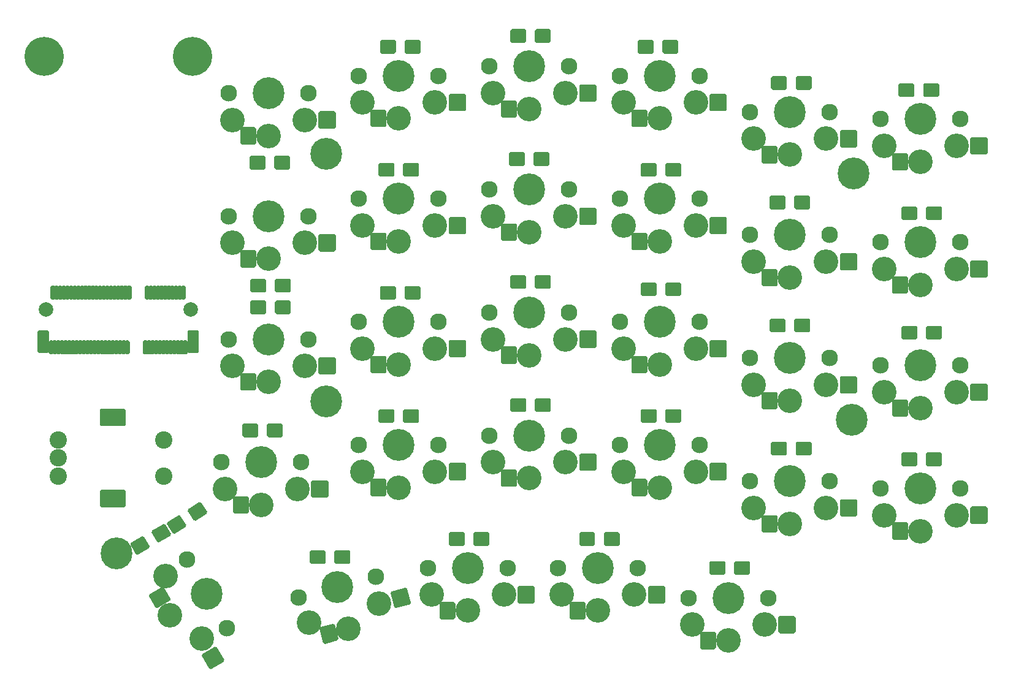
<source format=gts>
G04 #@! TF.GenerationSoftware,KiCad,Pcbnew,(5.1.8-0-10_14)*
G04 #@! TF.CreationDate,2020-11-28T17:57:45-07:00*
G04 #@! TF.ProjectId,SofleKeyboard,536f666c-654b-4657-9962-6f6172642e6b,rev?*
G04 #@! TF.SameCoordinates,Original*
G04 #@! TF.FileFunction,Soldermask,Top*
G04 #@! TF.FilePolarity,Negative*
%FSLAX46Y46*%
G04 Gerber Fmt 4.6, Leading zero omitted, Abs format (unit mm)*
G04 Created by KiCad (PCBNEW (5.1.8-0-10_14)) date 2020-11-28 17:57:45*
%MOMM*%
%LPD*%
G01*
G04 APERTURE LIST*
%ADD10C,2.000000*%
%ADD11C,1.500000*%
%ADD12C,5.400000*%
%ADD13C,2.300000*%
%ADD14C,4.400000*%
%ADD15C,3.400000*%
%ADD16C,2.400000*%
G04 APERTURE END LIST*
D10*
X110750000Y-83950000D03*
D11*
X90750000Y-83950000D03*
D12*
X90500000Y-49050000D03*
X111000000Y-49050000D03*
D11*
X110750000Y-83950000D03*
D10*
X90750000Y-83950000D03*
G36*
G01*
X110350000Y-88450000D02*
X110350000Y-90000000D01*
G75*
G02*
X110150000Y-90200000I-200000J0D01*
G01*
X109850000Y-90200000D01*
G75*
G02*
X109650000Y-90000000I0J200000D01*
G01*
X109650000Y-88450000D01*
G75*
G02*
X109850000Y-88250000I200000J0D01*
G01*
X110150000Y-88250000D01*
G75*
G02*
X110350000Y-88450000I0J-200000D01*
G01*
G37*
G36*
G01*
X110100000Y-80900000D02*
X110100000Y-82450000D01*
G75*
G02*
X109900000Y-82650000I-200000J0D01*
G01*
X109600000Y-82650000D01*
G75*
G02*
X109400000Y-82450000I0J200000D01*
G01*
X109400000Y-80900000D01*
G75*
G02*
X109600000Y-80700000I200000J0D01*
G01*
X109900000Y-80700000D01*
G75*
G02*
X110100000Y-80900000I0J-200000D01*
G01*
G37*
G36*
G01*
X109850000Y-88450000D02*
X109850000Y-90000000D01*
G75*
G02*
X109650000Y-90200000I-200000J0D01*
G01*
X109350000Y-90200000D01*
G75*
G02*
X109150000Y-90000000I0J200000D01*
G01*
X109150000Y-88450000D01*
G75*
G02*
X109350000Y-88250000I200000J0D01*
G01*
X109650000Y-88250000D01*
G75*
G02*
X109850000Y-88450000I0J-200000D01*
G01*
G37*
G36*
G01*
X109600000Y-80900000D02*
X109600000Y-82450000D01*
G75*
G02*
X109400000Y-82650000I-200000J0D01*
G01*
X109100000Y-82650000D01*
G75*
G02*
X108900000Y-82450000I0J200000D01*
G01*
X108900000Y-80900000D01*
G75*
G02*
X109100000Y-80700000I200000J0D01*
G01*
X109400000Y-80700000D01*
G75*
G02*
X109600000Y-80900000I0J-200000D01*
G01*
G37*
G36*
G01*
X109350000Y-88450000D02*
X109350000Y-90000000D01*
G75*
G02*
X109150000Y-90200000I-200000J0D01*
G01*
X108850000Y-90200000D01*
G75*
G02*
X108650000Y-90000000I0J200000D01*
G01*
X108650000Y-88450000D01*
G75*
G02*
X108850000Y-88250000I200000J0D01*
G01*
X109150000Y-88250000D01*
G75*
G02*
X109350000Y-88450000I0J-200000D01*
G01*
G37*
G36*
G01*
X109100000Y-80900000D02*
X109100000Y-82450000D01*
G75*
G02*
X108900000Y-82650000I-200000J0D01*
G01*
X108600000Y-82650000D01*
G75*
G02*
X108400000Y-82450000I0J200000D01*
G01*
X108400000Y-80900000D01*
G75*
G02*
X108600000Y-80700000I200000J0D01*
G01*
X108900000Y-80700000D01*
G75*
G02*
X109100000Y-80900000I0J-200000D01*
G01*
G37*
G36*
G01*
X108850000Y-88450000D02*
X108850000Y-90000000D01*
G75*
G02*
X108650000Y-90200000I-200000J0D01*
G01*
X108350000Y-90200000D01*
G75*
G02*
X108150000Y-90000000I0J200000D01*
G01*
X108150000Y-88450000D01*
G75*
G02*
X108350000Y-88250000I200000J0D01*
G01*
X108650000Y-88250000D01*
G75*
G02*
X108850000Y-88450000I0J-200000D01*
G01*
G37*
G36*
G01*
X108600000Y-80900000D02*
X108600000Y-82450000D01*
G75*
G02*
X108400000Y-82650000I-200000J0D01*
G01*
X108100000Y-82650000D01*
G75*
G02*
X107900000Y-82450000I0J200000D01*
G01*
X107900000Y-80900000D01*
G75*
G02*
X108100000Y-80700000I200000J0D01*
G01*
X108400000Y-80700000D01*
G75*
G02*
X108600000Y-80900000I0J-200000D01*
G01*
G37*
G36*
G01*
X108350000Y-88450000D02*
X108350000Y-90000000D01*
G75*
G02*
X108150000Y-90200000I-200000J0D01*
G01*
X107850000Y-90200000D01*
G75*
G02*
X107650000Y-90000000I0J200000D01*
G01*
X107650000Y-88450000D01*
G75*
G02*
X107850000Y-88250000I200000J0D01*
G01*
X108150000Y-88250000D01*
G75*
G02*
X108350000Y-88450000I0J-200000D01*
G01*
G37*
G36*
G01*
X108100000Y-80900000D02*
X108100000Y-82450000D01*
G75*
G02*
X107900000Y-82650000I-200000J0D01*
G01*
X107600000Y-82650000D01*
G75*
G02*
X107400000Y-82450000I0J200000D01*
G01*
X107400000Y-80900000D01*
G75*
G02*
X107600000Y-80700000I200000J0D01*
G01*
X107900000Y-80700000D01*
G75*
G02*
X108100000Y-80900000I0J-200000D01*
G01*
G37*
G36*
G01*
X107850000Y-88450000D02*
X107850000Y-90000000D01*
G75*
G02*
X107650000Y-90200000I-200000J0D01*
G01*
X107350000Y-90200000D01*
G75*
G02*
X107150000Y-90000000I0J200000D01*
G01*
X107150000Y-88450000D01*
G75*
G02*
X107350000Y-88250000I200000J0D01*
G01*
X107650000Y-88250000D01*
G75*
G02*
X107850000Y-88450000I0J-200000D01*
G01*
G37*
G36*
G01*
X107600000Y-80900000D02*
X107600000Y-82450000D01*
G75*
G02*
X107400000Y-82650000I-200000J0D01*
G01*
X107100000Y-82650000D01*
G75*
G02*
X106900000Y-82450000I0J200000D01*
G01*
X106900000Y-80900000D01*
G75*
G02*
X107100000Y-80700000I200000J0D01*
G01*
X107400000Y-80700000D01*
G75*
G02*
X107600000Y-80900000I0J-200000D01*
G01*
G37*
G36*
G01*
X107350000Y-88450000D02*
X107350000Y-90000000D01*
G75*
G02*
X107150000Y-90200000I-200000J0D01*
G01*
X106850000Y-90200000D01*
G75*
G02*
X106650000Y-90000000I0J200000D01*
G01*
X106650000Y-88450000D01*
G75*
G02*
X106850000Y-88250000I200000J0D01*
G01*
X107150000Y-88250000D01*
G75*
G02*
X107350000Y-88450000I0J-200000D01*
G01*
G37*
G36*
G01*
X107100000Y-80900000D02*
X107100000Y-82450000D01*
G75*
G02*
X106900000Y-82650000I-200000J0D01*
G01*
X106600000Y-82650000D01*
G75*
G02*
X106400000Y-82450000I0J200000D01*
G01*
X106400000Y-80900000D01*
G75*
G02*
X106600000Y-80700000I200000J0D01*
G01*
X106900000Y-80700000D01*
G75*
G02*
X107100000Y-80900000I0J-200000D01*
G01*
G37*
G36*
G01*
X106850000Y-88450000D02*
X106850000Y-90000000D01*
G75*
G02*
X106650000Y-90200000I-200000J0D01*
G01*
X106350000Y-90200000D01*
G75*
G02*
X106150000Y-90000000I0J200000D01*
G01*
X106150000Y-88450000D01*
G75*
G02*
X106350000Y-88250000I200000J0D01*
G01*
X106650000Y-88250000D01*
G75*
G02*
X106850000Y-88450000I0J-200000D01*
G01*
G37*
G36*
G01*
X106600000Y-80900000D02*
X106600000Y-82450000D01*
G75*
G02*
X106400000Y-82650000I-200000J0D01*
G01*
X106100000Y-82650000D01*
G75*
G02*
X105900000Y-82450000I0J200000D01*
G01*
X105900000Y-80900000D01*
G75*
G02*
X106100000Y-80700000I200000J0D01*
G01*
X106400000Y-80700000D01*
G75*
G02*
X106600000Y-80900000I0J-200000D01*
G01*
G37*
G36*
G01*
X106350000Y-88450000D02*
X106350000Y-90000000D01*
G75*
G02*
X106150000Y-90200000I-200000J0D01*
G01*
X105850000Y-90200000D01*
G75*
G02*
X105650000Y-90000000I0J200000D01*
G01*
X105650000Y-88450000D01*
G75*
G02*
X105850000Y-88250000I200000J0D01*
G01*
X106150000Y-88250000D01*
G75*
G02*
X106350000Y-88450000I0J-200000D01*
G01*
G37*
G36*
G01*
X106100000Y-80900000D02*
X106100000Y-82450000D01*
G75*
G02*
X105900000Y-82650000I-200000J0D01*
G01*
X105600000Y-82650000D01*
G75*
G02*
X105400000Y-82450000I0J200000D01*
G01*
X105400000Y-80900000D01*
G75*
G02*
X105600000Y-80700000I200000J0D01*
G01*
X105900000Y-80700000D01*
G75*
G02*
X106100000Y-80900000I0J-200000D01*
G01*
G37*
G36*
G01*
X105850000Y-88450000D02*
X105850000Y-90000000D01*
G75*
G02*
X105650000Y-90200000I-200000J0D01*
G01*
X105350000Y-90200000D01*
G75*
G02*
X105150000Y-90000000I0J200000D01*
G01*
X105150000Y-88450000D01*
G75*
G02*
X105350000Y-88250000I200000J0D01*
G01*
X105650000Y-88250000D01*
G75*
G02*
X105850000Y-88450000I0J-200000D01*
G01*
G37*
G36*
G01*
X105600000Y-80900000D02*
X105600000Y-82450000D01*
G75*
G02*
X105400000Y-82650000I-200000J0D01*
G01*
X105100000Y-82650000D01*
G75*
G02*
X104900000Y-82450000I0J200000D01*
G01*
X104900000Y-80900000D01*
G75*
G02*
X105100000Y-80700000I200000J0D01*
G01*
X105400000Y-80700000D01*
G75*
G02*
X105600000Y-80900000I0J-200000D01*
G01*
G37*
G36*
G01*
X105350000Y-88450000D02*
X105350000Y-90000000D01*
G75*
G02*
X105150000Y-90200000I-200000J0D01*
G01*
X104850000Y-90200000D01*
G75*
G02*
X104650000Y-90000000I0J200000D01*
G01*
X104650000Y-88450000D01*
G75*
G02*
X104850000Y-88250000I200000J0D01*
G01*
X105150000Y-88250000D01*
G75*
G02*
X105350000Y-88450000I0J-200000D01*
G01*
G37*
G36*
G01*
X105100000Y-80900000D02*
X105100000Y-82450000D01*
G75*
G02*
X104900000Y-82650000I-200000J0D01*
G01*
X104600000Y-82650000D01*
G75*
G02*
X104400000Y-82450000I0J200000D01*
G01*
X104400000Y-80900000D01*
G75*
G02*
X104600000Y-80700000I200000J0D01*
G01*
X104900000Y-80700000D01*
G75*
G02*
X105100000Y-80900000I0J-200000D01*
G01*
G37*
G36*
G01*
X104850000Y-88450000D02*
X104850000Y-90000000D01*
G75*
G02*
X104650000Y-90200000I-200000J0D01*
G01*
X104350000Y-90200000D01*
G75*
G02*
X104150000Y-90000000I0J200000D01*
G01*
X104150000Y-88450000D01*
G75*
G02*
X104350000Y-88250000I200000J0D01*
G01*
X104650000Y-88250000D01*
G75*
G02*
X104850000Y-88450000I0J-200000D01*
G01*
G37*
G36*
G01*
X102600000Y-80900000D02*
X102600000Y-82450000D01*
G75*
G02*
X102400000Y-82650000I-200000J0D01*
G01*
X102100000Y-82650000D01*
G75*
G02*
X101900000Y-82450000I0J200000D01*
G01*
X101900000Y-80900000D01*
G75*
G02*
X102100000Y-80700000I200000J0D01*
G01*
X102400000Y-80700000D01*
G75*
G02*
X102600000Y-80900000I0J-200000D01*
G01*
G37*
G36*
G01*
X102350000Y-88450000D02*
X102350000Y-90000000D01*
G75*
G02*
X102150000Y-90200000I-200000J0D01*
G01*
X101850000Y-90200000D01*
G75*
G02*
X101650000Y-90000000I0J200000D01*
G01*
X101650000Y-88450000D01*
G75*
G02*
X101850000Y-88250000I200000J0D01*
G01*
X102150000Y-88250000D01*
G75*
G02*
X102350000Y-88450000I0J-200000D01*
G01*
G37*
G36*
G01*
X102100000Y-80900000D02*
X102100000Y-82450000D01*
G75*
G02*
X101900000Y-82650000I-200000J0D01*
G01*
X101600000Y-82650000D01*
G75*
G02*
X101400000Y-82450000I0J200000D01*
G01*
X101400000Y-80900000D01*
G75*
G02*
X101600000Y-80700000I200000J0D01*
G01*
X101900000Y-80700000D01*
G75*
G02*
X102100000Y-80900000I0J-200000D01*
G01*
G37*
G36*
G01*
X101850000Y-88450000D02*
X101850000Y-90000000D01*
G75*
G02*
X101650000Y-90200000I-200000J0D01*
G01*
X101350000Y-90200000D01*
G75*
G02*
X101150000Y-90000000I0J200000D01*
G01*
X101150000Y-88450000D01*
G75*
G02*
X101350000Y-88250000I200000J0D01*
G01*
X101650000Y-88250000D01*
G75*
G02*
X101850000Y-88450000I0J-200000D01*
G01*
G37*
G36*
G01*
X101600000Y-80900000D02*
X101600000Y-82450000D01*
G75*
G02*
X101400000Y-82650000I-200000J0D01*
G01*
X101100000Y-82650000D01*
G75*
G02*
X100900000Y-82450000I0J200000D01*
G01*
X100900000Y-80900000D01*
G75*
G02*
X101100000Y-80700000I200000J0D01*
G01*
X101400000Y-80700000D01*
G75*
G02*
X101600000Y-80900000I0J-200000D01*
G01*
G37*
G36*
G01*
X101350000Y-88450000D02*
X101350000Y-90000000D01*
G75*
G02*
X101150000Y-90200000I-200000J0D01*
G01*
X100850000Y-90200000D01*
G75*
G02*
X100650000Y-90000000I0J200000D01*
G01*
X100650000Y-88450000D01*
G75*
G02*
X100850000Y-88250000I200000J0D01*
G01*
X101150000Y-88250000D01*
G75*
G02*
X101350000Y-88450000I0J-200000D01*
G01*
G37*
G36*
G01*
X101100000Y-80900000D02*
X101100000Y-82450000D01*
G75*
G02*
X100900000Y-82650000I-200000J0D01*
G01*
X100600000Y-82650000D01*
G75*
G02*
X100400000Y-82450000I0J200000D01*
G01*
X100400000Y-80900000D01*
G75*
G02*
X100600000Y-80700000I200000J0D01*
G01*
X100900000Y-80700000D01*
G75*
G02*
X101100000Y-80900000I0J-200000D01*
G01*
G37*
G36*
G01*
X100850000Y-88450000D02*
X100850000Y-90000000D01*
G75*
G02*
X100650000Y-90200000I-200000J0D01*
G01*
X100350000Y-90200000D01*
G75*
G02*
X100150000Y-90000000I0J200000D01*
G01*
X100150000Y-88450000D01*
G75*
G02*
X100350000Y-88250000I200000J0D01*
G01*
X100650000Y-88250000D01*
G75*
G02*
X100850000Y-88450000I0J-200000D01*
G01*
G37*
G36*
G01*
X100600000Y-80900000D02*
X100600000Y-82450000D01*
G75*
G02*
X100400000Y-82650000I-200000J0D01*
G01*
X100100000Y-82650000D01*
G75*
G02*
X99900000Y-82450000I0J200000D01*
G01*
X99900000Y-80900000D01*
G75*
G02*
X100100000Y-80700000I200000J0D01*
G01*
X100400000Y-80700000D01*
G75*
G02*
X100600000Y-80900000I0J-200000D01*
G01*
G37*
G36*
G01*
X100350000Y-88450000D02*
X100350000Y-90000000D01*
G75*
G02*
X100150000Y-90200000I-200000J0D01*
G01*
X99850000Y-90200000D01*
G75*
G02*
X99650000Y-90000000I0J200000D01*
G01*
X99650000Y-88450000D01*
G75*
G02*
X99850000Y-88250000I200000J0D01*
G01*
X100150000Y-88250000D01*
G75*
G02*
X100350000Y-88450000I0J-200000D01*
G01*
G37*
G36*
G01*
X100100000Y-80900000D02*
X100100000Y-82450000D01*
G75*
G02*
X99900000Y-82650000I-200000J0D01*
G01*
X99600000Y-82650000D01*
G75*
G02*
X99400000Y-82450000I0J200000D01*
G01*
X99400000Y-80900000D01*
G75*
G02*
X99600000Y-80700000I200000J0D01*
G01*
X99900000Y-80700000D01*
G75*
G02*
X100100000Y-80900000I0J-200000D01*
G01*
G37*
G36*
G01*
X99850000Y-88450000D02*
X99850000Y-90000000D01*
G75*
G02*
X99650000Y-90200000I-200000J0D01*
G01*
X99350000Y-90200000D01*
G75*
G02*
X99150000Y-90000000I0J200000D01*
G01*
X99150000Y-88450000D01*
G75*
G02*
X99350000Y-88250000I200000J0D01*
G01*
X99650000Y-88250000D01*
G75*
G02*
X99850000Y-88450000I0J-200000D01*
G01*
G37*
G36*
G01*
X99600000Y-80900000D02*
X99600000Y-82450000D01*
G75*
G02*
X99400000Y-82650000I-200000J0D01*
G01*
X99100000Y-82650000D01*
G75*
G02*
X98900000Y-82450000I0J200000D01*
G01*
X98900000Y-80900000D01*
G75*
G02*
X99100000Y-80700000I200000J0D01*
G01*
X99400000Y-80700000D01*
G75*
G02*
X99600000Y-80900000I0J-200000D01*
G01*
G37*
G36*
G01*
X99350000Y-88450000D02*
X99350000Y-90000000D01*
G75*
G02*
X99150000Y-90200000I-200000J0D01*
G01*
X98850000Y-90200000D01*
G75*
G02*
X98650000Y-90000000I0J200000D01*
G01*
X98650000Y-88450000D01*
G75*
G02*
X98850000Y-88250000I200000J0D01*
G01*
X99150000Y-88250000D01*
G75*
G02*
X99350000Y-88450000I0J-200000D01*
G01*
G37*
G36*
G01*
X99100000Y-80900000D02*
X99100000Y-82450000D01*
G75*
G02*
X98900000Y-82650000I-200000J0D01*
G01*
X98600000Y-82650000D01*
G75*
G02*
X98400000Y-82450000I0J200000D01*
G01*
X98400000Y-80900000D01*
G75*
G02*
X98600000Y-80700000I200000J0D01*
G01*
X98900000Y-80700000D01*
G75*
G02*
X99100000Y-80900000I0J-200000D01*
G01*
G37*
G36*
G01*
X98850000Y-88450000D02*
X98850000Y-90000000D01*
G75*
G02*
X98650000Y-90200000I-200000J0D01*
G01*
X98350000Y-90200000D01*
G75*
G02*
X98150000Y-90000000I0J200000D01*
G01*
X98150000Y-88450000D01*
G75*
G02*
X98350000Y-88250000I200000J0D01*
G01*
X98650000Y-88250000D01*
G75*
G02*
X98850000Y-88450000I0J-200000D01*
G01*
G37*
G36*
G01*
X98600000Y-80900000D02*
X98600000Y-82450000D01*
G75*
G02*
X98400000Y-82650000I-200000J0D01*
G01*
X98100000Y-82650000D01*
G75*
G02*
X97900000Y-82450000I0J200000D01*
G01*
X97900000Y-80900000D01*
G75*
G02*
X98100000Y-80700000I200000J0D01*
G01*
X98400000Y-80700000D01*
G75*
G02*
X98600000Y-80900000I0J-200000D01*
G01*
G37*
G36*
G01*
X98350000Y-88450000D02*
X98350000Y-90000000D01*
G75*
G02*
X98150000Y-90200000I-200000J0D01*
G01*
X97850000Y-90200000D01*
G75*
G02*
X97650000Y-90000000I0J200000D01*
G01*
X97650000Y-88450000D01*
G75*
G02*
X97850000Y-88250000I200000J0D01*
G01*
X98150000Y-88250000D01*
G75*
G02*
X98350000Y-88450000I0J-200000D01*
G01*
G37*
G36*
G01*
X98100000Y-80900000D02*
X98100000Y-82450000D01*
G75*
G02*
X97900000Y-82650000I-200000J0D01*
G01*
X97600000Y-82650000D01*
G75*
G02*
X97400000Y-82450000I0J200000D01*
G01*
X97400000Y-80900000D01*
G75*
G02*
X97600000Y-80700000I200000J0D01*
G01*
X97900000Y-80700000D01*
G75*
G02*
X98100000Y-80900000I0J-200000D01*
G01*
G37*
G36*
G01*
X97850000Y-88450000D02*
X97850000Y-90000000D01*
G75*
G02*
X97650000Y-90200000I-200000J0D01*
G01*
X97350000Y-90200000D01*
G75*
G02*
X97150000Y-90000000I0J200000D01*
G01*
X97150000Y-88450000D01*
G75*
G02*
X97350000Y-88250000I200000J0D01*
G01*
X97650000Y-88250000D01*
G75*
G02*
X97850000Y-88450000I0J-200000D01*
G01*
G37*
G36*
G01*
X97600000Y-80900000D02*
X97600000Y-82450000D01*
G75*
G02*
X97400000Y-82650000I-200000J0D01*
G01*
X97100000Y-82650000D01*
G75*
G02*
X96900000Y-82450000I0J200000D01*
G01*
X96900000Y-80900000D01*
G75*
G02*
X97100000Y-80700000I200000J0D01*
G01*
X97400000Y-80700000D01*
G75*
G02*
X97600000Y-80900000I0J-200000D01*
G01*
G37*
G36*
G01*
X97350000Y-88450000D02*
X97350000Y-90000000D01*
G75*
G02*
X97150000Y-90200000I-200000J0D01*
G01*
X96850000Y-90200000D01*
G75*
G02*
X96650000Y-90000000I0J200000D01*
G01*
X96650000Y-88450000D01*
G75*
G02*
X96850000Y-88250000I200000J0D01*
G01*
X97150000Y-88250000D01*
G75*
G02*
X97350000Y-88450000I0J-200000D01*
G01*
G37*
G36*
G01*
X97100000Y-80900000D02*
X97100000Y-82450000D01*
G75*
G02*
X96900000Y-82650000I-200000J0D01*
G01*
X96600000Y-82650000D01*
G75*
G02*
X96400000Y-82450000I0J200000D01*
G01*
X96400000Y-80900000D01*
G75*
G02*
X96600000Y-80700000I200000J0D01*
G01*
X96900000Y-80700000D01*
G75*
G02*
X97100000Y-80900000I0J-200000D01*
G01*
G37*
G36*
G01*
X96850000Y-88450000D02*
X96850000Y-90000000D01*
G75*
G02*
X96650000Y-90200000I-200000J0D01*
G01*
X96350000Y-90200000D01*
G75*
G02*
X96150000Y-90000000I0J200000D01*
G01*
X96150000Y-88450000D01*
G75*
G02*
X96350000Y-88250000I200000J0D01*
G01*
X96650000Y-88250000D01*
G75*
G02*
X96850000Y-88450000I0J-200000D01*
G01*
G37*
G36*
G01*
X96600000Y-80900000D02*
X96600000Y-82450000D01*
G75*
G02*
X96400000Y-82650000I-200000J0D01*
G01*
X96100000Y-82650000D01*
G75*
G02*
X95900000Y-82450000I0J200000D01*
G01*
X95900000Y-80900000D01*
G75*
G02*
X96100000Y-80700000I200000J0D01*
G01*
X96400000Y-80700000D01*
G75*
G02*
X96600000Y-80900000I0J-200000D01*
G01*
G37*
G36*
G01*
X96350000Y-88450000D02*
X96350000Y-90000000D01*
G75*
G02*
X96150000Y-90200000I-200000J0D01*
G01*
X95850000Y-90200000D01*
G75*
G02*
X95650000Y-90000000I0J200000D01*
G01*
X95650000Y-88450000D01*
G75*
G02*
X95850000Y-88250000I200000J0D01*
G01*
X96150000Y-88250000D01*
G75*
G02*
X96350000Y-88450000I0J-200000D01*
G01*
G37*
G36*
G01*
X96100000Y-80900000D02*
X96100000Y-82450000D01*
G75*
G02*
X95900000Y-82650000I-200000J0D01*
G01*
X95600000Y-82650000D01*
G75*
G02*
X95400000Y-82450000I0J200000D01*
G01*
X95400000Y-80900000D01*
G75*
G02*
X95600000Y-80700000I200000J0D01*
G01*
X95900000Y-80700000D01*
G75*
G02*
X96100000Y-80900000I0J-200000D01*
G01*
G37*
G36*
G01*
X95850000Y-88450000D02*
X95850000Y-90000000D01*
G75*
G02*
X95650000Y-90200000I-200000J0D01*
G01*
X95350000Y-90200000D01*
G75*
G02*
X95150000Y-90000000I0J200000D01*
G01*
X95150000Y-88450000D01*
G75*
G02*
X95350000Y-88250000I200000J0D01*
G01*
X95650000Y-88250000D01*
G75*
G02*
X95850000Y-88450000I0J-200000D01*
G01*
G37*
G36*
G01*
X95600000Y-80900000D02*
X95600000Y-82450000D01*
G75*
G02*
X95400000Y-82650000I-200000J0D01*
G01*
X95100000Y-82650000D01*
G75*
G02*
X94900000Y-82450000I0J200000D01*
G01*
X94900000Y-80900000D01*
G75*
G02*
X95100000Y-80700000I200000J0D01*
G01*
X95400000Y-80700000D01*
G75*
G02*
X95600000Y-80900000I0J-200000D01*
G01*
G37*
G36*
G01*
X95350000Y-88450000D02*
X95350000Y-90000000D01*
G75*
G02*
X95150000Y-90200000I-200000J0D01*
G01*
X94850000Y-90200000D01*
G75*
G02*
X94650000Y-90000000I0J200000D01*
G01*
X94650000Y-88450000D01*
G75*
G02*
X94850000Y-88250000I200000J0D01*
G01*
X95150000Y-88250000D01*
G75*
G02*
X95350000Y-88450000I0J-200000D01*
G01*
G37*
G36*
G01*
X95100000Y-80900000D02*
X95100000Y-82450000D01*
G75*
G02*
X94900000Y-82650000I-200000J0D01*
G01*
X94600000Y-82650000D01*
G75*
G02*
X94400000Y-82450000I0J200000D01*
G01*
X94400000Y-80900000D01*
G75*
G02*
X94600000Y-80700000I200000J0D01*
G01*
X94900000Y-80700000D01*
G75*
G02*
X95100000Y-80900000I0J-200000D01*
G01*
G37*
G36*
G01*
X94850000Y-88450000D02*
X94850000Y-90000000D01*
G75*
G02*
X94650000Y-90200000I-200000J0D01*
G01*
X94350000Y-90200000D01*
G75*
G02*
X94150000Y-90000000I0J200000D01*
G01*
X94150000Y-88450000D01*
G75*
G02*
X94350000Y-88250000I200000J0D01*
G01*
X94650000Y-88250000D01*
G75*
G02*
X94850000Y-88450000I0J-200000D01*
G01*
G37*
G36*
G01*
X94600000Y-80900000D02*
X94600000Y-82450000D01*
G75*
G02*
X94400000Y-82650000I-200000J0D01*
G01*
X94100000Y-82650000D01*
G75*
G02*
X93900000Y-82450000I0J200000D01*
G01*
X93900000Y-80900000D01*
G75*
G02*
X94100000Y-80700000I200000J0D01*
G01*
X94400000Y-80700000D01*
G75*
G02*
X94600000Y-80900000I0J-200000D01*
G01*
G37*
G36*
G01*
X94350000Y-88450000D02*
X94350000Y-90000000D01*
G75*
G02*
X94150000Y-90200000I-200000J0D01*
G01*
X93850000Y-90200000D01*
G75*
G02*
X93650000Y-90000000I0J200000D01*
G01*
X93650000Y-88450000D01*
G75*
G02*
X93850000Y-88250000I200000J0D01*
G01*
X94150000Y-88250000D01*
G75*
G02*
X94350000Y-88450000I0J-200000D01*
G01*
G37*
G36*
G01*
X94100000Y-80900000D02*
X94100000Y-82450000D01*
G75*
G02*
X93900000Y-82650000I-200000J0D01*
G01*
X93600000Y-82650000D01*
G75*
G02*
X93400000Y-82450000I0J200000D01*
G01*
X93400000Y-80900000D01*
G75*
G02*
X93600000Y-80700000I200000J0D01*
G01*
X93900000Y-80700000D01*
G75*
G02*
X94100000Y-80900000I0J-200000D01*
G01*
G37*
G36*
G01*
X93850000Y-88450000D02*
X93850000Y-90000000D01*
G75*
G02*
X93650000Y-90200000I-200000J0D01*
G01*
X93350000Y-90200000D01*
G75*
G02*
X93150000Y-90000000I0J200000D01*
G01*
X93150000Y-88450000D01*
G75*
G02*
X93350000Y-88250000I200000J0D01*
G01*
X93650000Y-88250000D01*
G75*
G02*
X93850000Y-88450000I0J-200000D01*
G01*
G37*
G36*
G01*
X93600000Y-80900000D02*
X93600000Y-82450000D01*
G75*
G02*
X93400000Y-82650000I-200000J0D01*
G01*
X93100000Y-82650000D01*
G75*
G02*
X92900000Y-82450000I0J200000D01*
G01*
X92900000Y-80900000D01*
G75*
G02*
X93100000Y-80700000I200000J0D01*
G01*
X93400000Y-80700000D01*
G75*
G02*
X93600000Y-80900000I0J-200000D01*
G01*
G37*
G36*
G01*
X93350000Y-88450000D02*
X93350000Y-90000000D01*
G75*
G02*
X93150000Y-90200000I-200000J0D01*
G01*
X92850000Y-90200000D01*
G75*
G02*
X92650000Y-90000000I0J200000D01*
G01*
X92650000Y-88450000D01*
G75*
G02*
X92850000Y-88250000I200000J0D01*
G01*
X93150000Y-88250000D01*
G75*
G02*
X93350000Y-88450000I0J-200000D01*
G01*
G37*
G36*
G01*
X93100000Y-80900000D02*
X93100000Y-82450000D01*
G75*
G02*
X92900000Y-82650000I-200000J0D01*
G01*
X92600000Y-82650000D01*
G75*
G02*
X92400000Y-82450000I0J200000D01*
G01*
X92400000Y-80900000D01*
G75*
G02*
X92600000Y-80700000I200000J0D01*
G01*
X92900000Y-80700000D01*
G75*
G02*
X93100000Y-80900000I0J-200000D01*
G01*
G37*
G36*
G01*
X92850000Y-88450000D02*
X92850000Y-90000000D01*
G75*
G02*
X92650000Y-90200000I-200000J0D01*
G01*
X92350000Y-90200000D01*
G75*
G02*
X92150000Y-90000000I0J200000D01*
G01*
X92150000Y-88450000D01*
G75*
G02*
X92350000Y-88250000I200000J0D01*
G01*
X92650000Y-88250000D01*
G75*
G02*
X92850000Y-88450000I0J-200000D01*
G01*
G37*
G36*
G01*
X92600000Y-80900000D02*
X92600000Y-82450000D01*
G75*
G02*
X92400000Y-82650000I-200000J0D01*
G01*
X92100000Y-82650000D01*
G75*
G02*
X91900000Y-82450000I0J200000D01*
G01*
X91900000Y-80900000D01*
G75*
G02*
X92100000Y-80700000I200000J0D01*
G01*
X92400000Y-80700000D01*
G75*
G02*
X92600000Y-80900000I0J-200000D01*
G01*
G37*
G36*
G01*
X92350000Y-88450000D02*
X92350000Y-90000000D01*
G75*
G02*
X92150000Y-90200000I-200000J0D01*
G01*
X91850000Y-90200000D01*
G75*
G02*
X91650000Y-90000000I0J200000D01*
G01*
X91650000Y-88450000D01*
G75*
G02*
X91850000Y-88250000I200000J0D01*
G01*
X92150000Y-88250000D01*
G75*
G02*
X92350000Y-88450000I0J-200000D01*
G01*
G37*
G36*
G01*
X92100000Y-80900000D02*
X92100000Y-82450000D01*
G75*
G02*
X91900000Y-82650000I-200000J0D01*
G01*
X91600000Y-82650000D01*
G75*
G02*
X91400000Y-82450000I0J200000D01*
G01*
X91400000Y-80900000D01*
G75*
G02*
X91600000Y-80700000I200000J0D01*
G01*
X91900000Y-80700000D01*
G75*
G02*
X92100000Y-80900000I0J-200000D01*
G01*
G37*
G36*
G01*
X91850000Y-88450000D02*
X91850000Y-90000000D01*
G75*
G02*
X91650000Y-90200000I-200000J0D01*
G01*
X91350000Y-90200000D01*
G75*
G02*
X91150000Y-90000000I0J200000D01*
G01*
X91150000Y-88450000D01*
G75*
G02*
X91350000Y-88250000I200000J0D01*
G01*
X91650000Y-88250000D01*
G75*
G02*
X91850000Y-88450000I0J-200000D01*
G01*
G37*
G36*
G01*
X111900000Y-87075000D02*
X111900000Y-89825000D01*
G75*
G02*
X111700000Y-90025000I-200000J0D01*
G01*
X110500000Y-90025000D01*
G75*
G02*
X110300000Y-89825000I0J200000D01*
G01*
X110300000Y-87075000D01*
G75*
G02*
X110500000Y-86875000I200000J0D01*
G01*
X111700000Y-86875000D01*
G75*
G02*
X111900000Y-87075000I0J-200000D01*
G01*
G37*
G36*
G01*
X91200000Y-87075000D02*
X91200000Y-89825000D01*
G75*
G02*
X91000000Y-90025000I-200000J0D01*
G01*
X89800000Y-90025000D01*
G75*
G02*
X89600000Y-89825000I0J200000D01*
G01*
X89600000Y-87075000D01*
G75*
G02*
X89800000Y-86875000I200000J0D01*
G01*
X91000000Y-86875000D01*
G75*
G02*
X91200000Y-87075000I0J-200000D01*
G01*
G37*
D13*
X190500000Y-123850000D03*
X179500000Y-123850000D03*
D14*
X185000000Y-123850000D03*
D15*
X185000000Y-129750000D03*
X180000000Y-127550000D03*
G36*
G01*
X194300000Y-126550000D02*
X194300000Y-128550000D01*
G75*
G02*
X194100000Y-128750000I-200000J0D01*
G01*
X192100000Y-128750000D01*
G75*
G02*
X191900000Y-128550000I0J200000D01*
G01*
X191900000Y-126550000D01*
G75*
G02*
X192100000Y-126350000I200000J0D01*
G01*
X194100000Y-126350000D01*
G75*
G02*
X194300000Y-126550000I0J-200000D01*
G01*
G37*
G36*
G01*
X183300000Y-128750000D02*
X183300000Y-130750000D01*
G75*
G02*
X183100000Y-130950000I-200000J0D01*
G01*
X181300000Y-130950000D01*
G75*
G02*
X181100000Y-130750000I0J200000D01*
G01*
X181100000Y-128750000D01*
G75*
G02*
X181300000Y-128550000I200000J0D01*
G01*
X183100000Y-128550000D01*
G75*
G02*
X183300000Y-128750000I0J-200000D01*
G01*
G37*
X190000000Y-127550000D03*
D13*
X172500000Y-119700000D03*
X161500000Y-119700000D03*
D14*
X167000000Y-119700000D03*
D15*
X167000000Y-125600000D03*
X162000000Y-123400000D03*
G36*
G01*
X176300000Y-122400000D02*
X176300000Y-124400000D01*
G75*
G02*
X176100000Y-124600000I-200000J0D01*
G01*
X174100000Y-124600000D01*
G75*
G02*
X173900000Y-124400000I0J200000D01*
G01*
X173900000Y-122400000D01*
G75*
G02*
X174100000Y-122200000I200000J0D01*
G01*
X176100000Y-122200000D01*
G75*
G02*
X176300000Y-122400000I0J-200000D01*
G01*
G37*
G36*
G01*
X165300000Y-124600000D02*
X165300000Y-126600000D01*
G75*
G02*
X165100000Y-126800000I-200000J0D01*
G01*
X163300000Y-126800000D01*
G75*
G02*
X163100000Y-126600000I0J200000D01*
G01*
X163100000Y-124600000D01*
G75*
G02*
X163300000Y-124400000I200000J0D01*
G01*
X165100000Y-124400000D01*
G75*
G02*
X165300000Y-124600000I0J-200000D01*
G01*
G37*
X172000000Y-123400000D03*
D13*
X154500000Y-119700000D03*
X143500000Y-119700000D03*
D14*
X149000000Y-119700000D03*
D15*
X149000000Y-125600000D03*
X144000000Y-123400000D03*
G36*
G01*
X158300000Y-122400000D02*
X158300000Y-124400000D01*
G75*
G02*
X158100000Y-124600000I-200000J0D01*
G01*
X156100000Y-124600000D01*
G75*
G02*
X155900000Y-124400000I0J200000D01*
G01*
X155900000Y-122400000D01*
G75*
G02*
X156100000Y-122200000I200000J0D01*
G01*
X158100000Y-122200000D01*
G75*
G02*
X158300000Y-122400000I0J-200000D01*
G01*
G37*
G36*
G01*
X147300000Y-124600000D02*
X147300000Y-126600000D01*
G75*
G02*
X147100000Y-126800000I-200000J0D01*
G01*
X145300000Y-126800000D01*
G75*
G02*
X145100000Y-126600000I0J200000D01*
G01*
X145100000Y-124600000D01*
G75*
G02*
X145300000Y-124400000I200000J0D01*
G01*
X147100000Y-124400000D01*
G75*
G02*
X147300000Y-124600000I0J-200000D01*
G01*
G37*
X154000000Y-123400000D03*
D13*
X136312592Y-120946495D03*
X125687408Y-123793505D03*
D14*
X131000000Y-122370000D03*
D15*
X132527032Y-128068962D03*
X127128001Y-127238021D03*
G36*
G01*
X140681922Y-122570982D02*
X141199560Y-124502834D01*
G75*
G02*
X141058139Y-124747783I-193185J-51764D01*
G01*
X139126287Y-125265421D01*
G75*
G02*
X138881338Y-125124000I-51764J193185D01*
G01*
X138363700Y-123192148D01*
G75*
G02*
X138505121Y-122947199I193185J51764D01*
G01*
X140436973Y-122429561D01*
G75*
G02*
X140681922Y-122570982I51764J-193185D01*
G01*
G37*
G36*
G01*
X130626139Y-127543029D02*
X131143777Y-129474881D01*
G75*
G02*
X131002356Y-129719830I-193185J-51764D01*
G01*
X129263690Y-130185704D01*
G75*
G02*
X129018741Y-130044283I-51764J193185D01*
G01*
X128501103Y-128112431D01*
G75*
G02*
X128642524Y-127867482I193185J51764D01*
G01*
X130381190Y-127401608D01*
G75*
G02*
X130626139Y-127543029I51764J-193185D01*
G01*
G37*
X136787260Y-124649830D03*
D13*
X115750000Y-128033140D03*
X110250000Y-118506860D03*
D14*
X113000000Y-123270000D03*
D15*
X107890450Y-126220000D03*
X107295706Y-120789873D03*
G36*
G01*
X115311731Y-132674036D02*
X113579681Y-133674036D01*
G75*
G02*
X113306476Y-133600831I-100000J173205D01*
G01*
X112306476Y-131868781D01*
G75*
G02*
X112379681Y-131595576I173205J100000D01*
G01*
X114111731Y-130595576D01*
G75*
G02*
X114384936Y-130668781I100000J-173205D01*
G01*
X115384936Y-132400831D01*
G75*
G02*
X115311731Y-132674036I-173205J-100000D01*
G01*
G37*
G36*
G01*
X107906475Y-124247757D02*
X106174425Y-125247757D01*
G75*
G02*
X105901220Y-125174552I-100000J173205D01*
G01*
X105001220Y-123615706D01*
G75*
G02*
X105074425Y-123342501I173205J100000D01*
G01*
X106806475Y-122342501D01*
G75*
G02*
X107079680Y-122415706I100000J-173205D01*
G01*
X107979680Y-123974552D01*
G75*
G02*
X107906475Y-124247757I-173205J-100000D01*
G01*
G37*
X112295706Y-129450127D03*
D13*
X217000000Y-108700000D03*
X206000000Y-108700000D03*
D14*
X211500000Y-108700000D03*
D15*
X211500000Y-114600000D03*
X206500000Y-112400000D03*
G36*
G01*
X220800000Y-111400000D02*
X220800000Y-113400000D01*
G75*
G02*
X220600000Y-113600000I-200000J0D01*
G01*
X218600000Y-113600000D01*
G75*
G02*
X218400000Y-113400000I0J200000D01*
G01*
X218400000Y-111400000D01*
G75*
G02*
X218600000Y-111200000I200000J0D01*
G01*
X220600000Y-111200000D01*
G75*
G02*
X220800000Y-111400000I0J-200000D01*
G01*
G37*
G36*
G01*
X209800000Y-113600000D02*
X209800000Y-115600000D01*
G75*
G02*
X209600000Y-115800000I-200000J0D01*
G01*
X207800000Y-115800000D01*
G75*
G02*
X207600000Y-115600000I0J200000D01*
G01*
X207600000Y-113600000D01*
G75*
G02*
X207800000Y-113400000I200000J0D01*
G01*
X209600000Y-113400000D01*
G75*
G02*
X209800000Y-113600000I0J-200000D01*
G01*
G37*
X216500000Y-112400000D03*
D13*
X199000000Y-107700000D03*
X188000000Y-107700000D03*
D14*
X193500000Y-107700000D03*
D15*
X193500000Y-113600000D03*
X188500000Y-111400000D03*
G36*
G01*
X202800000Y-110400000D02*
X202800000Y-112400000D01*
G75*
G02*
X202600000Y-112600000I-200000J0D01*
G01*
X200600000Y-112600000D01*
G75*
G02*
X200400000Y-112400000I0J200000D01*
G01*
X200400000Y-110400000D01*
G75*
G02*
X200600000Y-110200000I200000J0D01*
G01*
X202600000Y-110200000D01*
G75*
G02*
X202800000Y-110400000I0J-200000D01*
G01*
G37*
G36*
G01*
X191800000Y-112600000D02*
X191800000Y-114600000D01*
G75*
G02*
X191600000Y-114800000I-200000J0D01*
G01*
X189800000Y-114800000D01*
G75*
G02*
X189600000Y-114600000I0J200000D01*
G01*
X189600000Y-112600000D01*
G75*
G02*
X189800000Y-112400000I200000J0D01*
G01*
X191600000Y-112400000D01*
G75*
G02*
X191800000Y-112600000I0J-200000D01*
G01*
G37*
X198500000Y-111400000D03*
D13*
X181000000Y-102700000D03*
X170000000Y-102700000D03*
D14*
X175500000Y-102700000D03*
D15*
X175500000Y-108600000D03*
X170500000Y-106400000D03*
G36*
G01*
X184800000Y-105400000D02*
X184800000Y-107400000D01*
G75*
G02*
X184600000Y-107600000I-200000J0D01*
G01*
X182600000Y-107600000D01*
G75*
G02*
X182400000Y-107400000I0J200000D01*
G01*
X182400000Y-105400000D01*
G75*
G02*
X182600000Y-105200000I200000J0D01*
G01*
X184600000Y-105200000D01*
G75*
G02*
X184800000Y-105400000I0J-200000D01*
G01*
G37*
G36*
G01*
X173800000Y-107600000D02*
X173800000Y-109600000D01*
G75*
G02*
X173600000Y-109800000I-200000J0D01*
G01*
X171800000Y-109800000D01*
G75*
G02*
X171600000Y-109600000I0J200000D01*
G01*
X171600000Y-107600000D01*
G75*
G02*
X171800000Y-107400000I200000J0D01*
G01*
X173600000Y-107400000D01*
G75*
G02*
X173800000Y-107600000I0J-200000D01*
G01*
G37*
X180500000Y-106400000D03*
D13*
X163000000Y-101400000D03*
X152000000Y-101400000D03*
D14*
X157500000Y-101400000D03*
D15*
X157500000Y-107300000D03*
X152500000Y-105100000D03*
G36*
G01*
X166800000Y-104100000D02*
X166800000Y-106100000D01*
G75*
G02*
X166600000Y-106300000I-200000J0D01*
G01*
X164600000Y-106300000D01*
G75*
G02*
X164400000Y-106100000I0J200000D01*
G01*
X164400000Y-104100000D01*
G75*
G02*
X164600000Y-103900000I200000J0D01*
G01*
X166600000Y-103900000D01*
G75*
G02*
X166800000Y-104100000I0J-200000D01*
G01*
G37*
G36*
G01*
X155800000Y-106300000D02*
X155800000Y-108300000D01*
G75*
G02*
X155600000Y-108500000I-200000J0D01*
G01*
X153800000Y-108500000D01*
G75*
G02*
X153600000Y-108300000I0J200000D01*
G01*
X153600000Y-106300000D01*
G75*
G02*
X153800000Y-106100000I200000J0D01*
G01*
X155600000Y-106100000D01*
G75*
G02*
X155800000Y-106300000I0J-200000D01*
G01*
G37*
X162500000Y-105100000D03*
D13*
X145000000Y-102700000D03*
X134000000Y-102700000D03*
D14*
X139500000Y-102700000D03*
D15*
X139500000Y-108600000D03*
X134500000Y-106400000D03*
G36*
G01*
X148800000Y-105400000D02*
X148800000Y-107400000D01*
G75*
G02*
X148600000Y-107600000I-200000J0D01*
G01*
X146600000Y-107600000D01*
G75*
G02*
X146400000Y-107400000I0J200000D01*
G01*
X146400000Y-105400000D01*
G75*
G02*
X146600000Y-105200000I200000J0D01*
G01*
X148600000Y-105200000D01*
G75*
G02*
X148800000Y-105400000I0J-200000D01*
G01*
G37*
G36*
G01*
X137800000Y-107600000D02*
X137800000Y-109600000D01*
G75*
G02*
X137600000Y-109800000I-200000J0D01*
G01*
X135800000Y-109800000D01*
G75*
G02*
X135600000Y-109600000I0J200000D01*
G01*
X135600000Y-107600000D01*
G75*
G02*
X135800000Y-107400000I200000J0D01*
G01*
X137600000Y-107400000D01*
G75*
G02*
X137800000Y-107600000I0J-200000D01*
G01*
G37*
X144500000Y-106400000D03*
D13*
X126000000Y-105100000D03*
X115000000Y-105100000D03*
D14*
X120500000Y-105100000D03*
D15*
X120500000Y-111000000D03*
X115500000Y-108800000D03*
G36*
G01*
X129800000Y-107800000D02*
X129800000Y-109800000D01*
G75*
G02*
X129600000Y-110000000I-200000J0D01*
G01*
X127600000Y-110000000D01*
G75*
G02*
X127400000Y-109800000I0J200000D01*
G01*
X127400000Y-107800000D01*
G75*
G02*
X127600000Y-107600000I200000J0D01*
G01*
X129600000Y-107600000D01*
G75*
G02*
X129800000Y-107800000I0J-200000D01*
G01*
G37*
G36*
G01*
X118800000Y-110000000D02*
X118800000Y-112000000D01*
G75*
G02*
X118600000Y-112200000I-200000J0D01*
G01*
X116800000Y-112200000D01*
G75*
G02*
X116600000Y-112000000I0J200000D01*
G01*
X116600000Y-110000000D01*
G75*
G02*
X116800000Y-109800000I200000J0D01*
G01*
X118600000Y-109800000D01*
G75*
G02*
X118800000Y-110000000I0J-200000D01*
G01*
G37*
X125500000Y-108800000D03*
D13*
X217000000Y-91700000D03*
X206000000Y-91700000D03*
D14*
X211500000Y-91700000D03*
D15*
X211500000Y-97600000D03*
X206500000Y-95400000D03*
G36*
G01*
X220800000Y-94400000D02*
X220800000Y-96400000D01*
G75*
G02*
X220600000Y-96600000I-200000J0D01*
G01*
X218600000Y-96600000D01*
G75*
G02*
X218400000Y-96400000I0J200000D01*
G01*
X218400000Y-94400000D01*
G75*
G02*
X218600000Y-94200000I200000J0D01*
G01*
X220600000Y-94200000D01*
G75*
G02*
X220800000Y-94400000I0J-200000D01*
G01*
G37*
G36*
G01*
X209800000Y-96600000D02*
X209800000Y-98600000D01*
G75*
G02*
X209600000Y-98800000I-200000J0D01*
G01*
X207800000Y-98800000D01*
G75*
G02*
X207600000Y-98600000I0J200000D01*
G01*
X207600000Y-96600000D01*
G75*
G02*
X207800000Y-96400000I200000J0D01*
G01*
X209600000Y-96400000D01*
G75*
G02*
X209800000Y-96600000I0J-200000D01*
G01*
G37*
X216500000Y-95400000D03*
D13*
X199000000Y-90700000D03*
X188000000Y-90700000D03*
D14*
X193500000Y-90700000D03*
D15*
X193500000Y-96600000D03*
X188500000Y-94400000D03*
G36*
G01*
X202800000Y-93400000D02*
X202800000Y-95400000D01*
G75*
G02*
X202600000Y-95600000I-200000J0D01*
G01*
X200600000Y-95600000D01*
G75*
G02*
X200400000Y-95400000I0J200000D01*
G01*
X200400000Y-93400000D01*
G75*
G02*
X200600000Y-93200000I200000J0D01*
G01*
X202600000Y-93200000D01*
G75*
G02*
X202800000Y-93400000I0J-200000D01*
G01*
G37*
G36*
G01*
X191800000Y-95600000D02*
X191800000Y-97600000D01*
G75*
G02*
X191600000Y-97800000I-200000J0D01*
G01*
X189800000Y-97800000D01*
G75*
G02*
X189600000Y-97600000I0J200000D01*
G01*
X189600000Y-95600000D01*
G75*
G02*
X189800000Y-95400000I200000J0D01*
G01*
X191600000Y-95400000D01*
G75*
G02*
X191800000Y-95600000I0J-200000D01*
G01*
G37*
X198500000Y-94400000D03*
D13*
X181000000Y-85700000D03*
X170000000Y-85700000D03*
D14*
X175500000Y-85700000D03*
D15*
X175500000Y-91600000D03*
X170500000Y-89400000D03*
G36*
G01*
X184800000Y-88400000D02*
X184800000Y-90400000D01*
G75*
G02*
X184600000Y-90600000I-200000J0D01*
G01*
X182600000Y-90600000D01*
G75*
G02*
X182400000Y-90400000I0J200000D01*
G01*
X182400000Y-88400000D01*
G75*
G02*
X182600000Y-88200000I200000J0D01*
G01*
X184600000Y-88200000D01*
G75*
G02*
X184800000Y-88400000I0J-200000D01*
G01*
G37*
G36*
G01*
X173800000Y-90600000D02*
X173800000Y-92600000D01*
G75*
G02*
X173600000Y-92800000I-200000J0D01*
G01*
X171800000Y-92800000D01*
G75*
G02*
X171600000Y-92600000I0J200000D01*
G01*
X171600000Y-90600000D01*
G75*
G02*
X171800000Y-90400000I200000J0D01*
G01*
X173600000Y-90400000D01*
G75*
G02*
X173800000Y-90600000I0J-200000D01*
G01*
G37*
X180500000Y-89400000D03*
D13*
X163000000Y-84400000D03*
X152000000Y-84400000D03*
D14*
X157500000Y-84400000D03*
D15*
X157500000Y-90300000D03*
X152500000Y-88100000D03*
G36*
G01*
X166800000Y-87100000D02*
X166800000Y-89100000D01*
G75*
G02*
X166600000Y-89300000I-200000J0D01*
G01*
X164600000Y-89300000D01*
G75*
G02*
X164400000Y-89100000I0J200000D01*
G01*
X164400000Y-87100000D01*
G75*
G02*
X164600000Y-86900000I200000J0D01*
G01*
X166600000Y-86900000D01*
G75*
G02*
X166800000Y-87100000I0J-200000D01*
G01*
G37*
G36*
G01*
X155800000Y-89300000D02*
X155800000Y-91300000D01*
G75*
G02*
X155600000Y-91500000I-200000J0D01*
G01*
X153800000Y-91500000D01*
G75*
G02*
X153600000Y-91300000I0J200000D01*
G01*
X153600000Y-89300000D01*
G75*
G02*
X153800000Y-89100000I200000J0D01*
G01*
X155600000Y-89100000D01*
G75*
G02*
X155800000Y-89300000I0J-200000D01*
G01*
G37*
X162500000Y-88100000D03*
D13*
X145000000Y-85700000D03*
X134000000Y-85700000D03*
D14*
X139500000Y-85700000D03*
D15*
X139500000Y-91600000D03*
X134500000Y-89400000D03*
G36*
G01*
X148800000Y-88400000D02*
X148800000Y-90400000D01*
G75*
G02*
X148600000Y-90600000I-200000J0D01*
G01*
X146600000Y-90600000D01*
G75*
G02*
X146400000Y-90400000I0J200000D01*
G01*
X146400000Y-88400000D01*
G75*
G02*
X146600000Y-88200000I200000J0D01*
G01*
X148600000Y-88200000D01*
G75*
G02*
X148800000Y-88400000I0J-200000D01*
G01*
G37*
G36*
G01*
X137800000Y-90600000D02*
X137800000Y-92600000D01*
G75*
G02*
X137600000Y-92800000I-200000J0D01*
G01*
X135800000Y-92800000D01*
G75*
G02*
X135600000Y-92600000I0J200000D01*
G01*
X135600000Y-90600000D01*
G75*
G02*
X135800000Y-90400000I200000J0D01*
G01*
X137600000Y-90400000D01*
G75*
G02*
X137800000Y-90600000I0J-200000D01*
G01*
G37*
X144500000Y-89400000D03*
D13*
X127000000Y-88100000D03*
X116000000Y-88100000D03*
D14*
X121500000Y-88100000D03*
D15*
X121500000Y-94000000D03*
X116500000Y-91800000D03*
G36*
G01*
X130800000Y-90800000D02*
X130800000Y-92800000D01*
G75*
G02*
X130600000Y-93000000I-200000J0D01*
G01*
X128600000Y-93000000D01*
G75*
G02*
X128400000Y-92800000I0J200000D01*
G01*
X128400000Y-90800000D01*
G75*
G02*
X128600000Y-90600000I200000J0D01*
G01*
X130600000Y-90600000D01*
G75*
G02*
X130800000Y-90800000I0J-200000D01*
G01*
G37*
G36*
G01*
X119800000Y-93000000D02*
X119800000Y-95000000D01*
G75*
G02*
X119600000Y-95200000I-200000J0D01*
G01*
X117800000Y-95200000D01*
G75*
G02*
X117600000Y-95000000I0J200000D01*
G01*
X117600000Y-93000000D01*
G75*
G02*
X117800000Y-92800000I200000J0D01*
G01*
X119600000Y-92800000D01*
G75*
G02*
X119800000Y-93000000I0J-200000D01*
G01*
G37*
X126500000Y-91800000D03*
D13*
X217000000Y-74700000D03*
X206000000Y-74700000D03*
D14*
X211500000Y-74700000D03*
D15*
X211500000Y-80600000D03*
X206500000Y-78400000D03*
G36*
G01*
X220800000Y-77400000D02*
X220800000Y-79400000D01*
G75*
G02*
X220600000Y-79600000I-200000J0D01*
G01*
X218600000Y-79600000D01*
G75*
G02*
X218400000Y-79400000I0J200000D01*
G01*
X218400000Y-77400000D01*
G75*
G02*
X218600000Y-77200000I200000J0D01*
G01*
X220600000Y-77200000D01*
G75*
G02*
X220800000Y-77400000I0J-200000D01*
G01*
G37*
G36*
G01*
X209800000Y-79600000D02*
X209800000Y-81600000D01*
G75*
G02*
X209600000Y-81800000I-200000J0D01*
G01*
X207800000Y-81800000D01*
G75*
G02*
X207600000Y-81600000I0J200000D01*
G01*
X207600000Y-79600000D01*
G75*
G02*
X207800000Y-79400000I200000J0D01*
G01*
X209600000Y-79400000D01*
G75*
G02*
X209800000Y-79600000I0J-200000D01*
G01*
G37*
X216500000Y-78400000D03*
D13*
X199000000Y-73700000D03*
X188000000Y-73700000D03*
D14*
X193500000Y-73700000D03*
D15*
X193500000Y-79600000D03*
X188500000Y-77400000D03*
G36*
G01*
X202800000Y-76400000D02*
X202800000Y-78400000D01*
G75*
G02*
X202600000Y-78600000I-200000J0D01*
G01*
X200600000Y-78600000D01*
G75*
G02*
X200400000Y-78400000I0J200000D01*
G01*
X200400000Y-76400000D01*
G75*
G02*
X200600000Y-76200000I200000J0D01*
G01*
X202600000Y-76200000D01*
G75*
G02*
X202800000Y-76400000I0J-200000D01*
G01*
G37*
G36*
G01*
X191800000Y-78600000D02*
X191800000Y-80600000D01*
G75*
G02*
X191600000Y-80800000I-200000J0D01*
G01*
X189800000Y-80800000D01*
G75*
G02*
X189600000Y-80600000I0J200000D01*
G01*
X189600000Y-78600000D01*
G75*
G02*
X189800000Y-78400000I200000J0D01*
G01*
X191600000Y-78400000D01*
G75*
G02*
X191800000Y-78600000I0J-200000D01*
G01*
G37*
X198500000Y-77400000D03*
D13*
X181000000Y-68700000D03*
X170000000Y-68700000D03*
D14*
X175500000Y-68700000D03*
D15*
X175500000Y-74600000D03*
X170500000Y-72400000D03*
G36*
G01*
X184800000Y-71400000D02*
X184800000Y-73400000D01*
G75*
G02*
X184600000Y-73600000I-200000J0D01*
G01*
X182600000Y-73600000D01*
G75*
G02*
X182400000Y-73400000I0J200000D01*
G01*
X182400000Y-71400000D01*
G75*
G02*
X182600000Y-71200000I200000J0D01*
G01*
X184600000Y-71200000D01*
G75*
G02*
X184800000Y-71400000I0J-200000D01*
G01*
G37*
G36*
G01*
X173800000Y-73600000D02*
X173800000Y-75600000D01*
G75*
G02*
X173600000Y-75800000I-200000J0D01*
G01*
X171800000Y-75800000D01*
G75*
G02*
X171600000Y-75600000I0J200000D01*
G01*
X171600000Y-73600000D01*
G75*
G02*
X171800000Y-73400000I200000J0D01*
G01*
X173600000Y-73400000D01*
G75*
G02*
X173800000Y-73600000I0J-200000D01*
G01*
G37*
X180500000Y-72400000D03*
D13*
X163000000Y-67400000D03*
X152000000Y-67400000D03*
D14*
X157500000Y-67400000D03*
D15*
X157500000Y-73300000D03*
X152500000Y-71100000D03*
G36*
G01*
X166800000Y-70100000D02*
X166800000Y-72100000D01*
G75*
G02*
X166600000Y-72300000I-200000J0D01*
G01*
X164600000Y-72300000D01*
G75*
G02*
X164400000Y-72100000I0J200000D01*
G01*
X164400000Y-70100000D01*
G75*
G02*
X164600000Y-69900000I200000J0D01*
G01*
X166600000Y-69900000D01*
G75*
G02*
X166800000Y-70100000I0J-200000D01*
G01*
G37*
G36*
G01*
X155800000Y-72300000D02*
X155800000Y-74300000D01*
G75*
G02*
X155600000Y-74500000I-200000J0D01*
G01*
X153800000Y-74500000D01*
G75*
G02*
X153600000Y-74300000I0J200000D01*
G01*
X153600000Y-72300000D01*
G75*
G02*
X153800000Y-72100000I200000J0D01*
G01*
X155600000Y-72100000D01*
G75*
G02*
X155800000Y-72300000I0J-200000D01*
G01*
G37*
X162500000Y-71100000D03*
D13*
X145000000Y-68700000D03*
X134000000Y-68700000D03*
D14*
X139500000Y-68700000D03*
D15*
X139500000Y-74600000D03*
X134500000Y-72400000D03*
G36*
G01*
X148800000Y-71400000D02*
X148800000Y-73400000D01*
G75*
G02*
X148600000Y-73600000I-200000J0D01*
G01*
X146600000Y-73600000D01*
G75*
G02*
X146400000Y-73400000I0J200000D01*
G01*
X146400000Y-71400000D01*
G75*
G02*
X146600000Y-71200000I200000J0D01*
G01*
X148600000Y-71200000D01*
G75*
G02*
X148800000Y-71400000I0J-200000D01*
G01*
G37*
G36*
G01*
X137800000Y-73600000D02*
X137800000Y-75600000D01*
G75*
G02*
X137600000Y-75800000I-200000J0D01*
G01*
X135800000Y-75800000D01*
G75*
G02*
X135600000Y-75600000I0J200000D01*
G01*
X135600000Y-73600000D01*
G75*
G02*
X135800000Y-73400000I200000J0D01*
G01*
X137600000Y-73400000D01*
G75*
G02*
X137800000Y-73600000I0J-200000D01*
G01*
G37*
X144500000Y-72400000D03*
D13*
X127000000Y-71100000D03*
X116000000Y-71100000D03*
D14*
X121500000Y-71100000D03*
D15*
X121500000Y-77000000D03*
X116500000Y-74800000D03*
G36*
G01*
X130800000Y-73800000D02*
X130800000Y-75800000D01*
G75*
G02*
X130600000Y-76000000I-200000J0D01*
G01*
X128600000Y-76000000D01*
G75*
G02*
X128400000Y-75800000I0J200000D01*
G01*
X128400000Y-73800000D01*
G75*
G02*
X128600000Y-73600000I200000J0D01*
G01*
X130600000Y-73600000D01*
G75*
G02*
X130800000Y-73800000I0J-200000D01*
G01*
G37*
G36*
G01*
X119800000Y-76000000D02*
X119800000Y-78000000D01*
G75*
G02*
X119600000Y-78200000I-200000J0D01*
G01*
X117800000Y-78200000D01*
G75*
G02*
X117600000Y-78000000I0J200000D01*
G01*
X117600000Y-76000000D01*
G75*
G02*
X117800000Y-75800000I200000J0D01*
G01*
X119600000Y-75800000D01*
G75*
G02*
X119800000Y-76000000I0J-200000D01*
G01*
G37*
X126500000Y-74800000D03*
D13*
X217000000Y-57700000D03*
X206000000Y-57700000D03*
D14*
X211500000Y-57700000D03*
D15*
X211500000Y-63600000D03*
X206500000Y-61400000D03*
G36*
G01*
X220800000Y-60400000D02*
X220800000Y-62400000D01*
G75*
G02*
X220600000Y-62600000I-200000J0D01*
G01*
X218600000Y-62600000D01*
G75*
G02*
X218400000Y-62400000I0J200000D01*
G01*
X218400000Y-60400000D01*
G75*
G02*
X218600000Y-60200000I200000J0D01*
G01*
X220600000Y-60200000D01*
G75*
G02*
X220800000Y-60400000I0J-200000D01*
G01*
G37*
G36*
G01*
X209800000Y-62600000D02*
X209800000Y-64600000D01*
G75*
G02*
X209600000Y-64800000I-200000J0D01*
G01*
X207800000Y-64800000D01*
G75*
G02*
X207600000Y-64600000I0J200000D01*
G01*
X207600000Y-62600000D01*
G75*
G02*
X207800000Y-62400000I200000J0D01*
G01*
X209600000Y-62400000D01*
G75*
G02*
X209800000Y-62600000I0J-200000D01*
G01*
G37*
X216500000Y-61400000D03*
D13*
X199000000Y-56700000D03*
X188000000Y-56700000D03*
D14*
X193500000Y-56700000D03*
D15*
X193500000Y-62600000D03*
X188500000Y-60400000D03*
G36*
G01*
X202800000Y-59400000D02*
X202800000Y-61400000D01*
G75*
G02*
X202600000Y-61600000I-200000J0D01*
G01*
X200600000Y-61600000D01*
G75*
G02*
X200400000Y-61400000I0J200000D01*
G01*
X200400000Y-59400000D01*
G75*
G02*
X200600000Y-59200000I200000J0D01*
G01*
X202600000Y-59200000D01*
G75*
G02*
X202800000Y-59400000I0J-200000D01*
G01*
G37*
G36*
G01*
X191800000Y-61600000D02*
X191800000Y-63600000D01*
G75*
G02*
X191600000Y-63800000I-200000J0D01*
G01*
X189800000Y-63800000D01*
G75*
G02*
X189600000Y-63600000I0J200000D01*
G01*
X189600000Y-61600000D01*
G75*
G02*
X189800000Y-61400000I200000J0D01*
G01*
X191600000Y-61400000D01*
G75*
G02*
X191800000Y-61600000I0J-200000D01*
G01*
G37*
X198500000Y-60400000D03*
D13*
X181000000Y-51700000D03*
X170000000Y-51700000D03*
D14*
X175500000Y-51700000D03*
D15*
X175500000Y-57600000D03*
X170500000Y-55400000D03*
G36*
G01*
X184800000Y-54400000D02*
X184800000Y-56400000D01*
G75*
G02*
X184600000Y-56600000I-200000J0D01*
G01*
X182600000Y-56600000D01*
G75*
G02*
X182400000Y-56400000I0J200000D01*
G01*
X182400000Y-54400000D01*
G75*
G02*
X182600000Y-54200000I200000J0D01*
G01*
X184600000Y-54200000D01*
G75*
G02*
X184800000Y-54400000I0J-200000D01*
G01*
G37*
G36*
G01*
X173800000Y-56600000D02*
X173800000Y-58600000D01*
G75*
G02*
X173600000Y-58800000I-200000J0D01*
G01*
X171800000Y-58800000D01*
G75*
G02*
X171600000Y-58600000I0J200000D01*
G01*
X171600000Y-56600000D01*
G75*
G02*
X171800000Y-56400000I200000J0D01*
G01*
X173600000Y-56400000D01*
G75*
G02*
X173800000Y-56600000I0J-200000D01*
G01*
G37*
X180500000Y-55400000D03*
D13*
X163000000Y-50400000D03*
X152000000Y-50400000D03*
D14*
X157500000Y-50400000D03*
D15*
X157500000Y-56300000D03*
X152500000Y-54100000D03*
G36*
G01*
X166800000Y-53100000D02*
X166800000Y-55100000D01*
G75*
G02*
X166600000Y-55300000I-200000J0D01*
G01*
X164600000Y-55300000D01*
G75*
G02*
X164400000Y-55100000I0J200000D01*
G01*
X164400000Y-53100000D01*
G75*
G02*
X164600000Y-52900000I200000J0D01*
G01*
X166600000Y-52900000D01*
G75*
G02*
X166800000Y-53100000I0J-200000D01*
G01*
G37*
G36*
G01*
X155800000Y-55300000D02*
X155800000Y-57300000D01*
G75*
G02*
X155600000Y-57500000I-200000J0D01*
G01*
X153800000Y-57500000D01*
G75*
G02*
X153600000Y-57300000I0J200000D01*
G01*
X153600000Y-55300000D01*
G75*
G02*
X153800000Y-55100000I200000J0D01*
G01*
X155600000Y-55100000D01*
G75*
G02*
X155800000Y-55300000I0J-200000D01*
G01*
G37*
X162500000Y-54100000D03*
D13*
X145000000Y-51700000D03*
X134000000Y-51700000D03*
D14*
X139500000Y-51700000D03*
D15*
X139500000Y-57600000D03*
X134500000Y-55400000D03*
G36*
G01*
X148800000Y-54400000D02*
X148800000Y-56400000D01*
G75*
G02*
X148600000Y-56600000I-200000J0D01*
G01*
X146600000Y-56600000D01*
G75*
G02*
X146400000Y-56400000I0J200000D01*
G01*
X146400000Y-54400000D01*
G75*
G02*
X146600000Y-54200000I200000J0D01*
G01*
X148600000Y-54200000D01*
G75*
G02*
X148800000Y-54400000I0J-200000D01*
G01*
G37*
G36*
G01*
X137800000Y-56600000D02*
X137800000Y-58600000D01*
G75*
G02*
X137600000Y-58800000I-200000J0D01*
G01*
X135800000Y-58800000D01*
G75*
G02*
X135600000Y-58600000I0J200000D01*
G01*
X135600000Y-56600000D01*
G75*
G02*
X135800000Y-56400000I200000J0D01*
G01*
X137600000Y-56400000D01*
G75*
G02*
X137800000Y-56600000I0J-200000D01*
G01*
G37*
X144500000Y-55400000D03*
D13*
X127000000Y-54100000D03*
X116000000Y-54100000D03*
D14*
X121500000Y-54100000D03*
D15*
X121500000Y-60000000D03*
X116500000Y-57800000D03*
G36*
G01*
X130800000Y-56800000D02*
X130800000Y-58800000D01*
G75*
G02*
X130600000Y-59000000I-200000J0D01*
G01*
X128600000Y-59000000D01*
G75*
G02*
X128400000Y-58800000I0J200000D01*
G01*
X128400000Y-56800000D01*
G75*
G02*
X128600000Y-56600000I200000J0D01*
G01*
X130600000Y-56600000D01*
G75*
G02*
X130800000Y-56800000I0J-200000D01*
G01*
G37*
G36*
G01*
X119800000Y-59000000D02*
X119800000Y-61000000D01*
G75*
G02*
X119600000Y-61200000I-200000J0D01*
G01*
X117800000Y-61200000D01*
G75*
G02*
X117600000Y-61000000I0J200000D01*
G01*
X117600000Y-59000000D01*
G75*
G02*
X117800000Y-58800000I200000J0D01*
G01*
X119600000Y-58800000D01*
G75*
G02*
X119800000Y-59000000I0J-200000D01*
G01*
G37*
X126500000Y-57800000D03*
G36*
G01*
X210700000Y-52950000D02*
X210700000Y-54450000D01*
G75*
G02*
X210500000Y-54650000I-200000J0D01*
G01*
X208700000Y-54650000D01*
G75*
G02*
X208500000Y-54450000I0J200000D01*
G01*
X208500000Y-52950000D01*
G75*
G02*
X208700000Y-52750000I200000J0D01*
G01*
X210500000Y-52750000D01*
G75*
G02*
X210700000Y-52950000I0J-200000D01*
G01*
G37*
G36*
G01*
X214100000Y-52950000D02*
X214100000Y-54450000D01*
G75*
G02*
X213900000Y-54650000I-200000J0D01*
G01*
X212100000Y-54650000D01*
G75*
G02*
X211900000Y-54450000I0J200000D01*
G01*
X211900000Y-52950000D01*
G75*
G02*
X212100000Y-52750000I200000J0D01*
G01*
X213900000Y-52750000D01*
G75*
G02*
X214100000Y-52950000I0J-200000D01*
G01*
G37*
G36*
G01*
X166600000Y-114950000D02*
X166600000Y-116450000D01*
G75*
G02*
X166400000Y-116650000I-200000J0D01*
G01*
X164600000Y-116650000D01*
G75*
G02*
X164400000Y-116450000I0J200000D01*
G01*
X164400000Y-114950000D01*
G75*
G02*
X164600000Y-114750000I200000J0D01*
G01*
X166400000Y-114750000D01*
G75*
G02*
X166600000Y-114950000I0J-200000D01*
G01*
G37*
G36*
G01*
X170000000Y-114950000D02*
X170000000Y-116450000D01*
G75*
G02*
X169800000Y-116650000I-200000J0D01*
G01*
X168000000Y-116650000D01*
G75*
G02*
X167800000Y-116450000I0J200000D01*
G01*
X167800000Y-114950000D01*
G75*
G02*
X168000000Y-114750000I200000J0D01*
G01*
X169800000Y-114750000D01*
G75*
G02*
X170000000Y-114950000I0J-200000D01*
G01*
G37*
G36*
G01*
X148600000Y-114950000D02*
X148600000Y-116450000D01*
G75*
G02*
X148400000Y-116650000I-200000J0D01*
G01*
X146600000Y-116650000D01*
G75*
G02*
X146400000Y-116450000I0J200000D01*
G01*
X146400000Y-114950000D01*
G75*
G02*
X146600000Y-114750000I200000J0D01*
G01*
X148400000Y-114750000D01*
G75*
G02*
X148600000Y-114950000I0J-200000D01*
G01*
G37*
G36*
G01*
X152000000Y-114950000D02*
X152000000Y-116450000D01*
G75*
G02*
X151800000Y-116650000I-200000J0D01*
G01*
X150000000Y-116650000D01*
G75*
G02*
X149800000Y-116450000I0J200000D01*
G01*
X149800000Y-114950000D01*
G75*
G02*
X150000000Y-114750000I200000J0D01*
G01*
X151800000Y-114750000D01*
G75*
G02*
X152000000Y-114950000I0J-200000D01*
G01*
G37*
G36*
G01*
X129400000Y-117450000D02*
X129400000Y-118950000D01*
G75*
G02*
X129200000Y-119150000I-200000J0D01*
G01*
X127400000Y-119150000D01*
G75*
G02*
X127200000Y-118950000I0J200000D01*
G01*
X127200000Y-117450000D01*
G75*
G02*
X127400000Y-117250000I200000J0D01*
G01*
X129200000Y-117250000D01*
G75*
G02*
X129400000Y-117450000I0J-200000D01*
G01*
G37*
G36*
G01*
X132800000Y-117450000D02*
X132800000Y-118950000D01*
G75*
G02*
X132600000Y-119150000I-200000J0D01*
G01*
X130800000Y-119150000D01*
G75*
G02*
X130600000Y-118950000I0J200000D01*
G01*
X130600000Y-117450000D01*
G75*
G02*
X130800000Y-117250000I200000J0D01*
G01*
X132600000Y-117250000D01*
G75*
G02*
X132800000Y-117450000I0J-200000D01*
G01*
G37*
G36*
G01*
X104333385Y-115400481D02*
X105083385Y-116699519D01*
G75*
G02*
X105010180Y-116972724I-173205J-100000D01*
G01*
X103451334Y-117872724D01*
G75*
G02*
X103178129Y-117799519I-100000J173205D01*
G01*
X102428129Y-116500481D01*
G75*
G02*
X102501334Y-116227276I173205J100000D01*
G01*
X104060180Y-115327276D01*
G75*
G02*
X104333385Y-115400481I100000J-173205D01*
G01*
G37*
G36*
G01*
X107277871Y-113700481D02*
X108027871Y-114999519D01*
G75*
G02*
X107954666Y-115272724I-173205J-100000D01*
G01*
X106395820Y-116172724D01*
G75*
G02*
X106122615Y-116099519I-100000J173205D01*
G01*
X105372615Y-114800481D01*
G75*
G02*
X105445820Y-114527276I173205J100000D01*
G01*
X107004666Y-113627276D01*
G75*
G02*
X107277871Y-113700481I100000J-173205D01*
G01*
G37*
G36*
G01*
X109351732Y-112482916D02*
X110146611Y-113754988D01*
G75*
G02*
X110082985Y-114030582I-169610J-105984D01*
G01*
X108556498Y-114984436D01*
G75*
G02*
X108280904Y-114920810I-105984J169610D01*
G01*
X107486025Y-113648738D01*
G75*
G02*
X107549651Y-113373144I169610J105984D01*
G01*
X109076138Y-112419290D01*
G75*
G02*
X109351732Y-112482916I105984J-169610D01*
G01*
G37*
G36*
G01*
X112235096Y-110681190D02*
X113029975Y-111953262D01*
G75*
G02*
X112966349Y-112228856I-169610J-105984D01*
G01*
X111439862Y-113182710D01*
G75*
G02*
X111164268Y-113119084I-105984J169610D01*
G01*
X110369389Y-111847012D01*
G75*
G02*
X110433015Y-111571418I169610J105984D01*
G01*
X111959502Y-110617564D01*
G75*
G02*
X112235096Y-110681190I105984J-169610D01*
G01*
G37*
G36*
G01*
X211100000Y-103950000D02*
X211100000Y-105450000D01*
G75*
G02*
X210900000Y-105650000I-200000J0D01*
G01*
X209100000Y-105650000D01*
G75*
G02*
X208900000Y-105450000I0J200000D01*
G01*
X208900000Y-103950000D01*
G75*
G02*
X209100000Y-103750000I200000J0D01*
G01*
X210900000Y-103750000D01*
G75*
G02*
X211100000Y-103950000I0J-200000D01*
G01*
G37*
G36*
G01*
X214500000Y-103950000D02*
X214500000Y-105450000D01*
G75*
G02*
X214300000Y-105650000I-200000J0D01*
G01*
X212500000Y-105650000D01*
G75*
G02*
X212300000Y-105450000I0J200000D01*
G01*
X212300000Y-103950000D01*
G75*
G02*
X212500000Y-103750000I200000J0D01*
G01*
X214300000Y-103750000D01*
G75*
G02*
X214500000Y-103950000I0J-200000D01*
G01*
G37*
G36*
G01*
X193100000Y-102450000D02*
X193100000Y-103950000D01*
G75*
G02*
X192900000Y-104150000I-200000J0D01*
G01*
X191100000Y-104150000D01*
G75*
G02*
X190900000Y-103950000I0J200000D01*
G01*
X190900000Y-102450000D01*
G75*
G02*
X191100000Y-102250000I200000J0D01*
G01*
X192900000Y-102250000D01*
G75*
G02*
X193100000Y-102450000I0J-200000D01*
G01*
G37*
G36*
G01*
X196500000Y-102450000D02*
X196500000Y-103950000D01*
G75*
G02*
X196300000Y-104150000I-200000J0D01*
G01*
X194500000Y-104150000D01*
G75*
G02*
X194300000Y-103950000I0J200000D01*
G01*
X194300000Y-102450000D01*
G75*
G02*
X194500000Y-102250000I200000J0D01*
G01*
X196300000Y-102250000D01*
G75*
G02*
X196500000Y-102450000I0J-200000D01*
G01*
G37*
G36*
G01*
X175100000Y-97950000D02*
X175100000Y-99450000D01*
G75*
G02*
X174900000Y-99650000I-200000J0D01*
G01*
X173100000Y-99650000D01*
G75*
G02*
X172900000Y-99450000I0J200000D01*
G01*
X172900000Y-97950000D01*
G75*
G02*
X173100000Y-97750000I200000J0D01*
G01*
X174900000Y-97750000D01*
G75*
G02*
X175100000Y-97950000I0J-200000D01*
G01*
G37*
G36*
G01*
X178500000Y-97950000D02*
X178500000Y-99450000D01*
G75*
G02*
X178300000Y-99650000I-200000J0D01*
G01*
X176500000Y-99650000D01*
G75*
G02*
X176300000Y-99450000I0J200000D01*
G01*
X176300000Y-97950000D01*
G75*
G02*
X176500000Y-97750000I200000J0D01*
G01*
X178300000Y-97750000D01*
G75*
G02*
X178500000Y-97950000I0J-200000D01*
G01*
G37*
G36*
G01*
X157100000Y-96450000D02*
X157100000Y-97950000D01*
G75*
G02*
X156900000Y-98150000I-200000J0D01*
G01*
X155100000Y-98150000D01*
G75*
G02*
X154900000Y-97950000I0J200000D01*
G01*
X154900000Y-96450000D01*
G75*
G02*
X155100000Y-96250000I200000J0D01*
G01*
X156900000Y-96250000D01*
G75*
G02*
X157100000Y-96450000I0J-200000D01*
G01*
G37*
G36*
G01*
X160500000Y-96450000D02*
X160500000Y-97950000D01*
G75*
G02*
X160300000Y-98150000I-200000J0D01*
G01*
X158500000Y-98150000D01*
G75*
G02*
X158300000Y-97950000I0J200000D01*
G01*
X158300000Y-96450000D01*
G75*
G02*
X158500000Y-96250000I200000J0D01*
G01*
X160300000Y-96250000D01*
G75*
G02*
X160500000Y-96450000I0J-200000D01*
G01*
G37*
G36*
G01*
X138900000Y-97950000D02*
X138900000Y-99450000D01*
G75*
G02*
X138700000Y-99650000I-200000J0D01*
G01*
X136900000Y-99650000D01*
G75*
G02*
X136700000Y-99450000I0J200000D01*
G01*
X136700000Y-97950000D01*
G75*
G02*
X136900000Y-97750000I200000J0D01*
G01*
X138700000Y-97750000D01*
G75*
G02*
X138900000Y-97950000I0J-200000D01*
G01*
G37*
G36*
G01*
X142300000Y-97950000D02*
X142300000Y-99450000D01*
G75*
G02*
X142100000Y-99650000I-200000J0D01*
G01*
X140300000Y-99650000D01*
G75*
G02*
X140100000Y-99450000I0J200000D01*
G01*
X140100000Y-97950000D01*
G75*
G02*
X140300000Y-97750000I200000J0D01*
G01*
X142100000Y-97750000D01*
G75*
G02*
X142300000Y-97950000I0J-200000D01*
G01*
G37*
G36*
G01*
X120100000Y-99950000D02*
X120100000Y-101450000D01*
G75*
G02*
X119900000Y-101650000I-200000J0D01*
G01*
X118100000Y-101650000D01*
G75*
G02*
X117900000Y-101450000I0J200000D01*
G01*
X117900000Y-99950000D01*
G75*
G02*
X118100000Y-99750000I200000J0D01*
G01*
X119900000Y-99750000D01*
G75*
G02*
X120100000Y-99950000I0J-200000D01*
G01*
G37*
G36*
G01*
X123500000Y-99950000D02*
X123500000Y-101450000D01*
G75*
G02*
X123300000Y-101650000I-200000J0D01*
G01*
X121500000Y-101650000D01*
G75*
G02*
X121300000Y-101450000I0J200000D01*
G01*
X121300000Y-99950000D01*
G75*
G02*
X121500000Y-99750000I200000J0D01*
G01*
X123300000Y-99750000D01*
G75*
G02*
X123500000Y-99950000I0J-200000D01*
G01*
G37*
G36*
G01*
X211100000Y-86450000D02*
X211100000Y-87950000D01*
G75*
G02*
X210900000Y-88150000I-200000J0D01*
G01*
X209100000Y-88150000D01*
G75*
G02*
X208900000Y-87950000I0J200000D01*
G01*
X208900000Y-86450000D01*
G75*
G02*
X209100000Y-86250000I200000J0D01*
G01*
X210900000Y-86250000D01*
G75*
G02*
X211100000Y-86450000I0J-200000D01*
G01*
G37*
G36*
G01*
X214500000Y-86450000D02*
X214500000Y-87950000D01*
G75*
G02*
X214300000Y-88150000I-200000J0D01*
G01*
X212500000Y-88150000D01*
G75*
G02*
X212300000Y-87950000I0J200000D01*
G01*
X212300000Y-86450000D01*
G75*
G02*
X212500000Y-86250000I200000J0D01*
G01*
X214300000Y-86250000D01*
G75*
G02*
X214500000Y-86450000I0J-200000D01*
G01*
G37*
G36*
G01*
X192900000Y-85450000D02*
X192900000Y-86950000D01*
G75*
G02*
X192700000Y-87150000I-200000J0D01*
G01*
X190900000Y-87150000D01*
G75*
G02*
X190700000Y-86950000I0J200000D01*
G01*
X190700000Y-85450000D01*
G75*
G02*
X190900000Y-85250000I200000J0D01*
G01*
X192700000Y-85250000D01*
G75*
G02*
X192900000Y-85450000I0J-200000D01*
G01*
G37*
G36*
G01*
X196300000Y-85450000D02*
X196300000Y-86950000D01*
G75*
G02*
X196100000Y-87150000I-200000J0D01*
G01*
X194300000Y-87150000D01*
G75*
G02*
X194100000Y-86950000I0J200000D01*
G01*
X194100000Y-85450000D01*
G75*
G02*
X194300000Y-85250000I200000J0D01*
G01*
X196100000Y-85250000D01*
G75*
G02*
X196300000Y-85450000I0J-200000D01*
G01*
G37*
G36*
G01*
X175100000Y-80450000D02*
X175100000Y-81950000D01*
G75*
G02*
X174900000Y-82150000I-200000J0D01*
G01*
X173100000Y-82150000D01*
G75*
G02*
X172900000Y-81950000I0J200000D01*
G01*
X172900000Y-80450000D01*
G75*
G02*
X173100000Y-80250000I200000J0D01*
G01*
X174900000Y-80250000D01*
G75*
G02*
X175100000Y-80450000I0J-200000D01*
G01*
G37*
G36*
G01*
X178500000Y-80450000D02*
X178500000Y-81950000D01*
G75*
G02*
X178300000Y-82150000I-200000J0D01*
G01*
X176500000Y-82150000D01*
G75*
G02*
X176300000Y-81950000I0J200000D01*
G01*
X176300000Y-80450000D01*
G75*
G02*
X176500000Y-80250000I200000J0D01*
G01*
X178300000Y-80250000D01*
G75*
G02*
X178500000Y-80450000I0J-200000D01*
G01*
G37*
G36*
G01*
X157100000Y-79450000D02*
X157100000Y-80950000D01*
G75*
G02*
X156900000Y-81150000I-200000J0D01*
G01*
X155100000Y-81150000D01*
G75*
G02*
X154900000Y-80950000I0J200000D01*
G01*
X154900000Y-79450000D01*
G75*
G02*
X155100000Y-79250000I200000J0D01*
G01*
X156900000Y-79250000D01*
G75*
G02*
X157100000Y-79450000I0J-200000D01*
G01*
G37*
G36*
G01*
X160500000Y-79450000D02*
X160500000Y-80950000D01*
G75*
G02*
X160300000Y-81150000I-200000J0D01*
G01*
X158500000Y-81150000D01*
G75*
G02*
X158300000Y-80950000I0J200000D01*
G01*
X158300000Y-79450000D01*
G75*
G02*
X158500000Y-79250000I200000J0D01*
G01*
X160300000Y-79250000D01*
G75*
G02*
X160500000Y-79450000I0J-200000D01*
G01*
G37*
G36*
G01*
X139100000Y-80950000D02*
X139100000Y-82450000D01*
G75*
G02*
X138900000Y-82650000I-200000J0D01*
G01*
X137100000Y-82650000D01*
G75*
G02*
X136900000Y-82450000I0J200000D01*
G01*
X136900000Y-80950000D01*
G75*
G02*
X137100000Y-80750000I200000J0D01*
G01*
X138900000Y-80750000D01*
G75*
G02*
X139100000Y-80950000I0J-200000D01*
G01*
G37*
G36*
G01*
X142500000Y-80950000D02*
X142500000Y-82450000D01*
G75*
G02*
X142300000Y-82650000I-200000J0D01*
G01*
X140500000Y-82650000D01*
G75*
G02*
X140300000Y-82450000I0J200000D01*
G01*
X140300000Y-80950000D01*
G75*
G02*
X140500000Y-80750000I200000J0D01*
G01*
X142300000Y-80750000D01*
G75*
G02*
X142500000Y-80950000I0J-200000D01*
G01*
G37*
G36*
G01*
X121200000Y-82950000D02*
X121200000Y-84450000D01*
G75*
G02*
X121000000Y-84650000I-200000J0D01*
G01*
X119200000Y-84650000D01*
G75*
G02*
X119000000Y-84450000I0J200000D01*
G01*
X119000000Y-82950000D01*
G75*
G02*
X119200000Y-82750000I200000J0D01*
G01*
X121000000Y-82750000D01*
G75*
G02*
X121200000Y-82950000I0J-200000D01*
G01*
G37*
G36*
G01*
X124600000Y-82950000D02*
X124600000Y-84450000D01*
G75*
G02*
X124400000Y-84650000I-200000J0D01*
G01*
X122600000Y-84650000D01*
G75*
G02*
X122400000Y-84450000I0J200000D01*
G01*
X122400000Y-82950000D01*
G75*
G02*
X122600000Y-82750000I200000J0D01*
G01*
X124400000Y-82750000D01*
G75*
G02*
X124600000Y-82950000I0J-200000D01*
G01*
G37*
G36*
G01*
X211100000Y-69950000D02*
X211100000Y-71450000D01*
G75*
G02*
X210900000Y-71650000I-200000J0D01*
G01*
X209100000Y-71650000D01*
G75*
G02*
X208900000Y-71450000I0J200000D01*
G01*
X208900000Y-69950000D01*
G75*
G02*
X209100000Y-69750000I200000J0D01*
G01*
X210900000Y-69750000D01*
G75*
G02*
X211100000Y-69950000I0J-200000D01*
G01*
G37*
G36*
G01*
X214500000Y-69950000D02*
X214500000Y-71450000D01*
G75*
G02*
X214300000Y-71650000I-200000J0D01*
G01*
X212500000Y-71650000D01*
G75*
G02*
X212300000Y-71450000I0J200000D01*
G01*
X212300000Y-69950000D01*
G75*
G02*
X212500000Y-69750000I200000J0D01*
G01*
X214300000Y-69750000D01*
G75*
G02*
X214500000Y-69950000I0J-200000D01*
G01*
G37*
G36*
G01*
X192900000Y-68450000D02*
X192900000Y-69950000D01*
G75*
G02*
X192700000Y-70150000I-200000J0D01*
G01*
X190900000Y-70150000D01*
G75*
G02*
X190700000Y-69950000I0J200000D01*
G01*
X190700000Y-68450000D01*
G75*
G02*
X190900000Y-68250000I200000J0D01*
G01*
X192700000Y-68250000D01*
G75*
G02*
X192900000Y-68450000I0J-200000D01*
G01*
G37*
G36*
G01*
X196300000Y-68450000D02*
X196300000Y-69950000D01*
G75*
G02*
X196100000Y-70150000I-200000J0D01*
G01*
X194300000Y-70150000D01*
G75*
G02*
X194100000Y-69950000I0J200000D01*
G01*
X194100000Y-68450000D01*
G75*
G02*
X194300000Y-68250000I200000J0D01*
G01*
X196100000Y-68250000D01*
G75*
G02*
X196300000Y-68450000I0J-200000D01*
G01*
G37*
G36*
G01*
X175100000Y-63950000D02*
X175100000Y-65450000D01*
G75*
G02*
X174900000Y-65650000I-200000J0D01*
G01*
X173100000Y-65650000D01*
G75*
G02*
X172900000Y-65450000I0J200000D01*
G01*
X172900000Y-63950000D01*
G75*
G02*
X173100000Y-63750000I200000J0D01*
G01*
X174900000Y-63750000D01*
G75*
G02*
X175100000Y-63950000I0J-200000D01*
G01*
G37*
G36*
G01*
X178500000Y-63950000D02*
X178500000Y-65450000D01*
G75*
G02*
X178300000Y-65650000I-200000J0D01*
G01*
X176500000Y-65650000D01*
G75*
G02*
X176300000Y-65450000I0J200000D01*
G01*
X176300000Y-63950000D01*
G75*
G02*
X176500000Y-63750000I200000J0D01*
G01*
X178300000Y-63750000D01*
G75*
G02*
X178500000Y-63950000I0J-200000D01*
G01*
G37*
G36*
G01*
X156900000Y-62450000D02*
X156900000Y-63950000D01*
G75*
G02*
X156700000Y-64150000I-200000J0D01*
G01*
X154900000Y-64150000D01*
G75*
G02*
X154700000Y-63950000I0J200000D01*
G01*
X154700000Y-62450000D01*
G75*
G02*
X154900000Y-62250000I200000J0D01*
G01*
X156700000Y-62250000D01*
G75*
G02*
X156900000Y-62450000I0J-200000D01*
G01*
G37*
G36*
G01*
X160300000Y-62450000D02*
X160300000Y-63950000D01*
G75*
G02*
X160100000Y-64150000I-200000J0D01*
G01*
X158300000Y-64150000D01*
G75*
G02*
X158100000Y-63950000I0J200000D01*
G01*
X158100000Y-62450000D01*
G75*
G02*
X158300000Y-62250000I200000J0D01*
G01*
X160100000Y-62250000D01*
G75*
G02*
X160300000Y-62450000I0J-200000D01*
G01*
G37*
G36*
G01*
X138900000Y-63950000D02*
X138900000Y-65450000D01*
G75*
G02*
X138700000Y-65650000I-200000J0D01*
G01*
X136900000Y-65650000D01*
G75*
G02*
X136700000Y-65450000I0J200000D01*
G01*
X136700000Y-63950000D01*
G75*
G02*
X136900000Y-63750000I200000J0D01*
G01*
X138700000Y-63750000D01*
G75*
G02*
X138900000Y-63950000I0J-200000D01*
G01*
G37*
G36*
G01*
X142300000Y-63950000D02*
X142300000Y-65450000D01*
G75*
G02*
X142100000Y-65650000I-200000J0D01*
G01*
X140300000Y-65650000D01*
G75*
G02*
X140100000Y-65450000I0J200000D01*
G01*
X140100000Y-63950000D01*
G75*
G02*
X140300000Y-63750000I200000J0D01*
G01*
X142100000Y-63750000D01*
G75*
G02*
X142300000Y-63950000I0J-200000D01*
G01*
G37*
G36*
G01*
X121200000Y-79950000D02*
X121200000Y-81450000D01*
G75*
G02*
X121000000Y-81650000I-200000J0D01*
G01*
X119200000Y-81650000D01*
G75*
G02*
X119000000Y-81450000I0J200000D01*
G01*
X119000000Y-79950000D01*
G75*
G02*
X119200000Y-79750000I200000J0D01*
G01*
X121000000Y-79750000D01*
G75*
G02*
X121200000Y-79950000I0J-200000D01*
G01*
G37*
G36*
G01*
X124600000Y-79950000D02*
X124600000Y-81450000D01*
G75*
G02*
X124400000Y-81650000I-200000J0D01*
G01*
X122600000Y-81650000D01*
G75*
G02*
X122400000Y-81450000I0J200000D01*
G01*
X122400000Y-79950000D01*
G75*
G02*
X122600000Y-79750000I200000J0D01*
G01*
X124400000Y-79750000D01*
G75*
G02*
X124600000Y-79950000I0J-200000D01*
G01*
G37*
G36*
G01*
X193100000Y-51950000D02*
X193100000Y-53450000D01*
G75*
G02*
X192900000Y-53650000I-200000J0D01*
G01*
X191100000Y-53650000D01*
G75*
G02*
X190900000Y-53450000I0J200000D01*
G01*
X190900000Y-51950000D01*
G75*
G02*
X191100000Y-51750000I200000J0D01*
G01*
X192900000Y-51750000D01*
G75*
G02*
X193100000Y-51950000I0J-200000D01*
G01*
G37*
G36*
G01*
X196500000Y-51950000D02*
X196500000Y-53450000D01*
G75*
G02*
X196300000Y-53650000I-200000J0D01*
G01*
X194500000Y-53650000D01*
G75*
G02*
X194300000Y-53450000I0J200000D01*
G01*
X194300000Y-51950000D01*
G75*
G02*
X194500000Y-51750000I200000J0D01*
G01*
X196300000Y-51750000D01*
G75*
G02*
X196500000Y-51950000I0J-200000D01*
G01*
G37*
G36*
G01*
X174700000Y-46950000D02*
X174700000Y-48450000D01*
G75*
G02*
X174500000Y-48650000I-200000J0D01*
G01*
X172700000Y-48650000D01*
G75*
G02*
X172500000Y-48450000I0J200000D01*
G01*
X172500000Y-46950000D01*
G75*
G02*
X172700000Y-46750000I200000J0D01*
G01*
X174500000Y-46750000D01*
G75*
G02*
X174700000Y-46950000I0J-200000D01*
G01*
G37*
G36*
G01*
X178100000Y-46950000D02*
X178100000Y-48450000D01*
G75*
G02*
X177900000Y-48650000I-200000J0D01*
G01*
X176100000Y-48650000D01*
G75*
G02*
X175900000Y-48450000I0J200000D01*
G01*
X175900000Y-46950000D01*
G75*
G02*
X176100000Y-46750000I200000J0D01*
G01*
X177900000Y-46750000D01*
G75*
G02*
X178100000Y-46950000I0J-200000D01*
G01*
G37*
G36*
G01*
X157100000Y-45450000D02*
X157100000Y-46950000D01*
G75*
G02*
X156900000Y-47150000I-200000J0D01*
G01*
X155100000Y-47150000D01*
G75*
G02*
X154900000Y-46950000I0J200000D01*
G01*
X154900000Y-45450000D01*
G75*
G02*
X155100000Y-45250000I200000J0D01*
G01*
X156900000Y-45250000D01*
G75*
G02*
X157100000Y-45450000I0J-200000D01*
G01*
G37*
G36*
G01*
X160500000Y-45450000D02*
X160500000Y-46950000D01*
G75*
G02*
X160300000Y-47150000I-200000J0D01*
G01*
X158500000Y-47150000D01*
G75*
G02*
X158300000Y-46950000I0J200000D01*
G01*
X158300000Y-45450000D01*
G75*
G02*
X158500000Y-45250000I200000J0D01*
G01*
X160300000Y-45250000D01*
G75*
G02*
X160500000Y-45450000I0J-200000D01*
G01*
G37*
G36*
G01*
X139100000Y-46950000D02*
X139100000Y-48450000D01*
G75*
G02*
X138900000Y-48650000I-200000J0D01*
G01*
X137100000Y-48650000D01*
G75*
G02*
X136900000Y-48450000I0J200000D01*
G01*
X136900000Y-46950000D01*
G75*
G02*
X137100000Y-46750000I200000J0D01*
G01*
X138900000Y-46750000D01*
G75*
G02*
X139100000Y-46950000I0J-200000D01*
G01*
G37*
G36*
G01*
X142500000Y-46950000D02*
X142500000Y-48450000D01*
G75*
G02*
X142300000Y-48650000I-200000J0D01*
G01*
X140500000Y-48650000D01*
G75*
G02*
X140300000Y-48450000I0J200000D01*
G01*
X140300000Y-46950000D01*
G75*
G02*
X140500000Y-46750000I200000J0D01*
G01*
X142300000Y-46750000D01*
G75*
G02*
X142500000Y-46950000I0J-200000D01*
G01*
G37*
G36*
G01*
X121100000Y-62950000D02*
X121100000Y-64450000D01*
G75*
G02*
X120900000Y-64650000I-200000J0D01*
G01*
X119100000Y-64650000D01*
G75*
G02*
X118900000Y-64450000I0J200000D01*
G01*
X118900000Y-62950000D01*
G75*
G02*
X119100000Y-62750000I200000J0D01*
G01*
X120900000Y-62750000D01*
G75*
G02*
X121100000Y-62950000I0J-200000D01*
G01*
G37*
G36*
G01*
X124500000Y-62950000D02*
X124500000Y-64450000D01*
G75*
G02*
X124300000Y-64650000I-200000J0D01*
G01*
X122500000Y-64650000D01*
G75*
G02*
X122300000Y-64450000I0J200000D01*
G01*
X122300000Y-62950000D01*
G75*
G02*
X122500000Y-62750000I200000J0D01*
G01*
X124300000Y-62750000D01*
G75*
G02*
X124500000Y-62950000I0J-200000D01*
G01*
G37*
G36*
G01*
X184600000Y-118950000D02*
X184600000Y-120450000D01*
G75*
G02*
X184400000Y-120650000I-200000J0D01*
G01*
X182600000Y-120650000D01*
G75*
G02*
X182400000Y-120450000I0J200000D01*
G01*
X182400000Y-118950000D01*
G75*
G02*
X182600000Y-118750000I200000J0D01*
G01*
X184400000Y-118750000D01*
G75*
G02*
X184600000Y-118950000I0J-200000D01*
G01*
G37*
G36*
G01*
X188000000Y-118950000D02*
X188000000Y-120450000D01*
G75*
G02*
X187800000Y-120650000I-200000J0D01*
G01*
X186000000Y-120650000D01*
G75*
G02*
X185800000Y-120450000I0J200000D01*
G01*
X185800000Y-118950000D01*
G75*
G02*
X186000000Y-118750000I200000J0D01*
G01*
X187800000Y-118750000D01*
G75*
G02*
X188000000Y-118950000I0J-200000D01*
G01*
G37*
D14*
X100500000Y-117700000D03*
X202000000Y-99200000D03*
X129500000Y-96700000D03*
X202250000Y-65200000D03*
X129500000Y-62450000D03*
D16*
X107000000Y-107000000D03*
X107000000Y-102000000D03*
G36*
G01*
X98200000Y-111100000D02*
X98200000Y-109100000D01*
G75*
G02*
X98400000Y-108900000I200000J0D01*
G01*
X101600000Y-108900000D01*
G75*
G02*
X101800000Y-109100000I0J-200000D01*
G01*
X101800000Y-111100000D01*
G75*
G02*
X101600000Y-111300000I-200000J0D01*
G01*
X98400000Y-111300000D01*
G75*
G02*
X98200000Y-111100000I0J200000D01*
G01*
G37*
G36*
G01*
X98200000Y-99900000D02*
X98200000Y-97900000D01*
G75*
G02*
X98400000Y-97700000I200000J0D01*
G01*
X101600000Y-97700000D01*
G75*
G02*
X101800000Y-97900000I0J-200000D01*
G01*
X101800000Y-99900000D01*
G75*
G02*
X101600000Y-100100000I-200000J0D01*
G01*
X98400000Y-100100000D01*
G75*
G02*
X98200000Y-99900000I0J200000D01*
G01*
G37*
X92500000Y-107000000D03*
X92500000Y-104500000D03*
X92500000Y-102000000D03*
M02*

</source>
